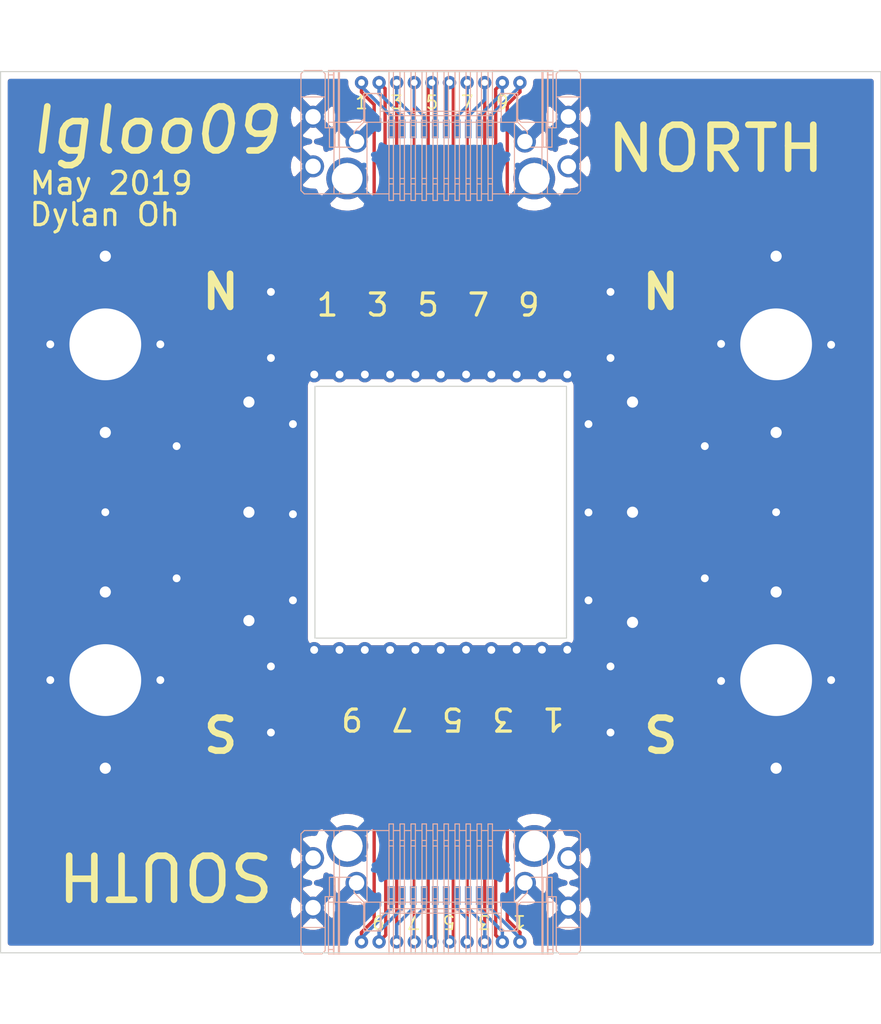
<source format=kicad_pcb>
(kicad_pcb (version 20171130) (host pcbnew "(6.0.0-rc1-dev-305-gf0b8b2136)")

  (general
    (thickness 1.6)
    (drawings 97)
    (tracks 234)
    (zones 0)
    (modules 4)
    (nets 22)
  )

  (page A4)
  (layers
    (0 F.Cu signal)
    (31 B.Cu signal)
    (32 B.Adhes user)
    (33 F.Adhes user)
    (34 B.Paste user)
    (35 F.Paste user)
    (36 B.SilkS user)
    (37 F.SilkS user)
    (38 B.Mask user hide)
    (39 F.Mask user)
    (40 Dwgs.User user)
    (41 Cmts.User user)
    (42 Eco1.User user hide)
    (43 Eco2.User user hide)
    (44 Edge.Cuts user)
    (45 Margin user hide)
    (46 B.CrtYd user hide)
    (47 F.CrtYd user hide)
    (48 B.Fab user hide)
    (49 F.Fab user hide)
  )

  (setup
    (last_trace_width 0.25)
    (trace_clearance 0.2)
    (zone_clearance 0.3)
    (zone_45_only no)
    (trace_min 0.1524)
    (via_size 0.8)
    (via_drill 0.4)
    (via_min_size 0.3)
    (via_min_drill 0.3)
    (uvia_size 0.3)
    (uvia_drill 0.1)
    (uvias_allowed no)
    (uvia_min_size 0.2)
    (uvia_min_drill 0.1)
    (edge_width 0.05)
    (segment_width 0.2)
    (pcb_text_width 0.3)
    (pcb_text_size 1.5 1.5)
    (mod_edge_width 0.12)
    (mod_text_size 1 1)
    (mod_text_width 0.15)
    (pad_size 0.381 1.27)
    (pad_drill 0)
    (pad_to_mask_clearance 0.2)
    (aux_axis_origin 0 0)
    (visible_elements 7FFFFFFF)
    (pcbplotparams
      (layerselection 0x010fc_ffffffff)
      (usegerberextensions false)
      (usegerberattributes false)
      (usegerberadvancedattributes false)
      (creategerberjobfile false)
      (excludeedgelayer true)
      (linewidth 0.100000)
      (plotframeref false)
      (viasonmask false)
      (mode 1)
      (useauxorigin false)
      (hpglpennumber 1)
      (hpglpenspeed 20)
      (hpglpendiameter 15.000000)
      (psnegative false)
      (psa4output false)
      (plotreference true)
      (plotvalue true)
      (plotinvisibletext false)
      (padsonsilk false)
      (subtractmaskfromsilk false)
      (outputformat 1)
      (mirror false)
      (drillshape 0)
      (scaleselection 1)
      (outputdirectory ""))
  )

  (net 0 "")
  (net 1 "Net-(U1-Pad10)")
  (net 2 "Net-(U1-Pad9)")
  (net 3 "Net-(U1-Pad8)")
  (net 4 "Net-(U1-Pad7)")
  (net 5 "Net-(U1-Pad6)")
  (net 6 "Net-(U1-Pad5)")
  (net 7 "Net-(U1-Pad4)")
  (net 8 "Net-(U1-Pad3)")
  (net 9 "Net-(U1-Pad2)")
  (net 10 "Net-(U1-Pad1)")
  (net 11 GND)
  (net 12 "Net-(U3-Pad1)")
  (net 13 "Net-(U3-Pad2)")
  (net 14 "Net-(U3-Pad3)")
  (net 15 "Net-(U3-Pad4)")
  (net 16 "Net-(U3-Pad5)")
  (net 17 "Net-(U3-Pad6)")
  (net 18 "Net-(U3-Pad7)")
  (net 19 "Net-(U3-Pad8)")
  (net 20 "Net-(U3-Pad9)")
  (net 21 "Net-(U3-Pad10)")

  (net_class Default "This is the default net class."
    (clearance 0.2)
    (trace_width 0.25)
    (via_dia 0.8)
    (via_drill 0.4)
    (uvia_dia 0.3)
    (uvia_drill 0.1)
    (add_net GND)
    (add_net "Net-(U1-Pad1)")
    (add_net "Net-(U1-Pad10)")
    (add_net "Net-(U1-Pad2)")
    (add_net "Net-(U1-Pad3)")
    (add_net "Net-(U1-Pad4)")
    (add_net "Net-(U1-Pad5)")
    (add_net "Net-(U1-Pad6)")
    (add_net "Net-(U1-Pad7)")
    (add_net "Net-(U1-Pad8)")
    (add_net "Net-(U1-Pad9)")
    (add_net "Net-(U3-Pad1)")
    (add_net "Net-(U3-Pad10)")
    (add_net "Net-(U3-Pad2)")
    (add_net "Net-(U3-Pad3)")
    (add_net "Net-(U3-Pad4)")
    (add_net "Net-(U3-Pad5)")
    (add_net "Net-(U3-Pad6)")
    (add_net "Net-(U3-Pad7)")
    (add_net "Net-(U3-Pad8)")
    (add_net "Net-(U3-Pad9)")
  )

  (module Igloo09:TEST_PAD (layer F.Cu) (tedit 5CC8D95F) (tstamp 5CCAD037)
    (at 150 70.615 180)
    (path /5CC9B4AA)
    (fp_text reference U3 (at 0 -3.429 180) (layer F.Fab) hide
      (effects (font (size 1 1) (thickness 0.15)))
    )
    (fp_text value TEST_PAD (at 0 -1.7145 180) (layer F.Fab) hide
      (effects (font (size 1 1) (thickness 0.15)))
    )
    (pad 1 smd rect (at -5.1435 0 180) (size 0.381 1.27) (layers F.Cu F.Paste F.Mask)
      (net 12 "Net-(U3-Pad1)"))
    (pad 2 smd rect (at -4.0005 0 180) (size 0.381 1.27) (layers F.Cu F.Paste F.Mask)
      (net 13 "Net-(U3-Pad2)"))
    (pad 3 smd rect (at -2.8575 0 180) (size 0.381 1.27) (layers F.Cu F.Paste F.Mask)
      (net 14 "Net-(U3-Pad3)"))
    (pad 4 smd rect (at -1.7145 0 180) (size 0.381 1.27) (layers F.Cu F.Paste F.Mask)
      (net 15 "Net-(U3-Pad4)"))
    (pad 5 smd rect (at -0.5715 0 180) (size 0.381 1.27) (layers F.Cu F.Paste F.Mask)
      (net 16 "Net-(U3-Pad5)"))
    (pad 6 smd rect (at 0.5715 0 180) (size 0.381 1.27) (layers F.Cu F.Paste F.Mask)
      (net 17 "Net-(U3-Pad6)"))
    (pad 7 smd rect (at 1.7145 0 180) (size 0.381 1.27) (layers F.Cu F.Paste F.Mask)
      (net 18 "Net-(U3-Pad7)"))
    (pad 8 smd rect (at 2.8575 0 180) (size 0.381 1.27) (layers F.Cu F.Paste F.Mask)
      (net 19 "Net-(U3-Pad8)"))
    (pad 9 smd rect (at 4.0005 0 180) (size 0.381 1.27) (layers F.Cu F.Paste F.Mask)
      (net 20 "Net-(U3-Pad9)"))
    (pad 10 smd rect (at 5.1435 0 180) (size 0.381 1.27) (layers F.Cu F.Paste F.Mask)
      (net 21 "Net-(U3-Pad10)"))
  )

  (module Igloo09:TEST_PAD (layer F.Cu) (tedit 5CC8D95F) (tstamp 5CCAD05E)
    (at 150 55.385)
    (path /5CC9A3E3)
    (fp_text reference U1 (at 0 -3.429) (layer F.Fab) hide
      (effects (font (size 1 1) (thickness 0.15)))
    )
    (fp_text value TEST_PAD (at 0 -1.7145) (layer F.Fab) hide
      (effects (font (size 1 1) (thickness 0.15)))
    )
    (pad 1 smd rect (at -5.1435 0) (size 0.381 1.27) (layers F.Cu F.Paste F.Mask)
      (net 10 "Net-(U1-Pad1)"))
    (pad 2 smd rect (at -4.0005 0) (size 0.381 1.27) (layers F.Cu F.Paste F.Mask)
      (net 9 "Net-(U1-Pad2)"))
    (pad 3 smd rect (at -2.8575 0) (size 0.381 1.27) (layers F.Cu F.Paste F.Mask)
      (net 8 "Net-(U1-Pad3)"))
    (pad 4 smd rect (at -1.7145 0) (size 0.381 1.27) (layers F.Cu F.Paste F.Mask)
      (net 7 "Net-(U1-Pad4)"))
    (pad 5 smd rect (at -0.5715 0) (size 0.381 1.27) (layers F.Cu F.Paste F.Mask)
      (net 6 "Net-(U1-Pad5)"))
    (pad 6 smd rect (at 0.5715 0) (size 0.381 1.27) (layers F.Cu F.Paste F.Mask)
      (net 5 "Net-(U1-Pad6)"))
    (pad 7 smd rect (at 1.7145 0) (size 0.381 1.27) (layers F.Cu F.Paste F.Mask)
      (net 4 "Net-(U1-Pad7)"))
    (pad 8 smd rect (at 2.8575 0) (size 0.381 1.27) (layers F.Cu F.Paste F.Mask)
      (net 3 "Net-(U1-Pad8)"))
    (pad 9 smd rect (at 4.0005 0) (size 0.381 1.27) (layers F.Cu F.Paste F.Mask)
      (net 2 "Net-(U1-Pad9)"))
    (pad 10 smd rect (at 5.1435 0) (size 0.381 1.27) (layers F.Cu F.Paste F.Mask)
      (net 1 "Net-(U1-Pad10)"))
  )

  (module Igloo09:LSHM-110-01-L-RH-A-S-TR (layer B.Cu) (tedit 5D2E3001) (tstamp 5CCAC8AC)
    (at 150 40)
    (path /5CC8D6AB)
    (fp_text reference U2 (at -0.2105 10.413) (layer B.Fab) hide
      (effects (font (size 1 1) (thickness 0.15)) (justify mirror))
    )
    (fp_text value LSHM-110-01-L-RH-A-S-TR (at -0.2105 11.413) (layer B.Fab) hide
      (effects (font (size 1 1) (thickness 0.15)) (justify mirror))
    )
    (fp_circle (center -4.25 7.85) (end -3.59 7.85) (layer B.SilkS) (width 0.05))
    (fp_circle (center -4.25 7.85) (end -3.717017 7.85) (layer B.SilkS) (width 0.05))
    (fp_line (start -2.75 4.15) (end -2.75 5.3) (layer B.SilkS) (width 0.05))
    (fp_line (start -3.3 4) (end -2.9 4) (layer B.SilkS) (width 0.05))
    (fp_line (start -3.45 5.3) (end -3.45 4.15) (layer B.SilkS) (width 0.05))
    (fp_line (start -3.45 4.15) (end -3.3 4) (layer B.SilkS) (width 0.05))
    (fp_line (start -2.9 4) (end -2.75 4.15) (layer B.SilkS) (width 0.05))
    (fp_line (start 2.9 4) (end 3.3 4) (layer B.SilkS) (width 0.05))
    (fp_line (start 2.75 5.3) (end 2.75 4.15) (layer B.SilkS) (width 0.05))
    (fp_line (start 3.3 4) (end 3.45 4.15) (layer B.SilkS) (width 0.05))
    (fp_line (start 2.75 4.15) (end 2.9 4) (layer B.SilkS) (width 0.05))
    (fp_line (start 3.45 4.15) (end 3.45 5.3) (layer B.SilkS) (width 0.05))
    (fp_line (start -3.5 5.15) (end -3.5 3.99) (layer B.SilkS) (width 0.05))
    (fp_line (start 1.35 8.1) (end 1.15 8.1) (layer B.SilkS) (width 0.05))
    (fp_line (start 1.85 8.1) (end 1.65 8.1) (layer B.SilkS) (width 0.05))
    (fp_line (start -2.15 8.1) (end -2.35 8.1) (layer B.SilkS) (width 0.05))
    (fp_line (start -1.65 8.1) (end -1.85 8.1) (layer B.SilkS) (width 0.05))
    (fp_line (start 0.85 8.1) (end 0.65 8.1) (layer B.SilkS) (width 0.05))
    (fp_line (start 0.35 8.1) (end 0.15 8.1) (layer B.SilkS) (width 0.05))
    (fp_line (start -0.65 8.1) (end -0.85 8.1) (layer B.SilkS) (width 0.05))
    (fp_line (start -0.15 8.1) (end -0.35 8.1) (layer B.SilkS) (width 0.05))
    (fp_line (start 2.35 8.1) (end 2.15 8.1) (layer B.SilkS) (width 0.05))
    (fp_line (start -1.15 8.1) (end -1.35 8.1) (layer B.SilkS) (width 0.05))
    (fp_line (start 0.85 5.97) (end 0.65 5.97) (layer B.SilkS) (width 0.05))
    (fp_line (start -2.15 5.97) (end -2.35 5.97) (layer B.SilkS) (width 0.05))
    (fp_line (start 1.35 5.97) (end 1.15 5.97) (layer B.SilkS) (width 0.05))
    (fp_line (start 0.35 5.97) (end 0.15 5.97) (layer B.SilkS) (width 0.05))
    (fp_line (start -0.15 5.97) (end -0.35 5.97) (layer B.SilkS) (width 0.05))
    (fp_line (start -1.65 5.97) (end -1.85 5.97) (layer B.SilkS) (width 0.05))
    (fp_line (start -0.65 5.97) (end -0.85 5.97) (layer B.SilkS) (width 0.05))
    (fp_line (start -1.15 5.97) (end -1.35 5.97) (layer B.SilkS) (width 0.05))
    (fp_line (start 2.35 5.97) (end 2.15 5.97) (layer B.SilkS) (width 0.05))
    (fp_line (start 1.85 5.97) (end 1.65 5.97) (layer B.SilkS) (width 0.05))
    (fp_line (start 1.35 5.22) (end 1.15 5.22) (layer B.SilkS) (width 0.05))
    (fp_line (start 2.35 5.22) (end 2.15 5.22) (layer B.SilkS) (width 0.05))
    (fp_line (start -2.15 5.22) (end -2.35 5.22) (layer B.SilkS) (width 0.05))
    (fp_line (start -1.15 5.22) (end -1.35 5.22) (layer B.SilkS) (width 0.05))
    (fp_line (start -1.65 5.22) (end -1.85 5.22) (layer B.SilkS) (width 0.05))
    (fp_line (start 0.85 5.22) (end 0.65 5.22) (layer B.SilkS) (width 0.05))
    (fp_line (start -0.15 5.22) (end -0.35 5.22) (layer B.SilkS) (width 0.05))
    (fp_line (start -0.65 5.22) (end -0.85 5.22) (layer B.SilkS) (width 0.05))
    (fp_line (start 1.85 5.22) (end 1.65 5.22) (layer B.SilkS) (width 0.05))
    (fp_line (start 0.35 5.22) (end 0.15 5.22) (layer B.SilkS) (width 0.05))
    (fp_line (start -3.5 3.99) (end -2.7 3.99) (layer B.SilkS) (width 0.05))
    (fp_line (start -2.7 3.99) (end -2.7 4.65) (layer B.SilkS) (width 0.05))
    (fp_line (start -2.7 4.65) (end -2.55 4.8) (layer B.SilkS) (width 0.05))
    (fp_line (start 2.55 4.8) (end 2.7 4.65) (layer B.SilkS) (width 0.05))
    (fp_line (start 2.7 4.65) (end 2.7 3.99) (layer B.SilkS) (width 0.05))
    (fp_line (start 2.7 3.99) (end 3.5 3.99) (layer B.SilkS) (width 0.05))
    (fp_line (start 3.5 3.99) (end 3.5 5.15) (layer B.SilkS) (width 0.05))
    (fp_line (start 3.5 5.15) (end 3.65 5.3) (layer B.SilkS) (width 0.05))
    (fp_line (start 4.65 2.95) (end 4.65 5.3) (layer B.SilkS) (width 0.05))
    (fp_line (start -4.65 2.95) (end -4.65 5.3) (layer B.SilkS) (width 0.05))
    (fp_line (start -3.65 5.3) (end -3.5 5.15) (layer B.SilkS) (width 0.05))
    (fp_line (start -3.65 5.3) (end -5.1 5.3) (layer B.SilkS) (width 0.05))
    (fp_line (start 5.1 5.3) (end 3.65 5.3) (layer B.SilkS) (width 0.05))
    (fp_line (start -4.85 5.3) (end -4.85 8.55) (layer B.SilkS) (width 0.05))
    (fp_line (start -4.6 5.3) (end -4.6 8.55) (layer B.SilkS) (width 0.05))
    (fp_line (start 4.6 5.3) (end 4.6 8.55) (layer B.SilkS) (width 0.05))
    (fp_line (start 4.85 5.3) (end 4.85 8.55) (layer B.SilkS) (width 0.05))
    (fp_line (start -2.75 4.8) (end 2.75 4.8) (layer B.SilkS) (width 0.05))
    (fp_line (start 3.35 8.55) (end 3.35 5.3) (layer B.SilkS) (width 0.05))
    (fp_line (start -3.35 8.55) (end -3.35 5.3) (layer B.SilkS) (width 0.05))
    (fp_line (start -1.85 5.3) (end -2.15 5.3) (layer B.SilkS) (width 0.05))
    (fp_line (start -1.65 4.9) (end -1.65 5) (layer B.SilkS) (width 0.05))
    (fp_line (start -1.35 5) (end -1.35 4.9) (layer B.SilkS) (width 0.05))
    (fp_line (start -0.85 5) (end -0.85 4.9) (layer B.SilkS) (width 0.05))
    (fp_line (start -0.85 4.9) (end -0.65 4.9) (layer B.SilkS) (width 0.05))
    (fp_line (start -0.35 5.3) (end -0.65 5.3) (layer B.SilkS) (width 0.05))
    (fp_line (start -0.35 5) (end -0.35 4.9) (layer B.SilkS) (width 0.05))
    (fp_line (start 0.15 5.3) (end -0.15 5.3) (layer B.SilkS) (width 0.05))
    (fp_line (start 0.65 5) (end 0.65 4.9) (layer B.SilkS) (width 0.05))
    (fp_line (start 1.15 5) (end 1.15 4.9) (layer B.SilkS) (width 0.05))
    (fp_line (start 1.65 5.3) (end 1.35 5.3) (layer B.SilkS) (width 0.05))
    (fp_line (start 2.15 5.3) (end 1.85 5.3) (layer B.SilkS) (width 0.05))
    (fp_line (start 2.35 4.9) (end 2.35 5) (layer B.SilkS) (width 0.05))
    (fp_line (start -2.35 5) (end -2.35 4.9) (layer B.SilkS) (width 0.05))
    (fp_line (start 1.15 4.9) (end 1.35 4.9) (layer B.SilkS) (width 0.05))
    (fp_line (start -2.15 4.9) (end -2.15 5) (layer B.SilkS) (width 0.05))
    (fp_line (start 0.15 5) (end 0.15 4.9) (layer B.SilkS) (width 0.05))
    (fp_line (start -1.85 5) (end -1.85 4.9) (layer B.SilkS) (width 0.05))
    (fp_line (start 0.65 5.3) (end 0.35 5.3) (layer B.SilkS) (width 0.05))
    (fp_line (start -1.35 4.9) (end -1.15 4.9) (layer B.SilkS) (width 0.05))
    (fp_line (start -0.15 4.9) (end -0.15 5) (layer B.SilkS) (width 0.05))
    (fp_line (start 2.15 5) (end 2.15 4.9) (layer B.SilkS) (width 0.05))
    (fp_line (start -1.35 5.3) (end -1.65 5.3) (layer B.SilkS) (width 0.05))
    (fp_line (start 1.35 4.9) (end 1.35 5) (layer B.SilkS) (width 0.05))
    (fp_line (start 0.65 4.9) (end 0.85 4.9) (layer B.SilkS) (width 0.05))
    (fp_line (start -1.85 4.9) (end -1.65 4.9) (layer B.SilkS) (width 0.05))
    (fp_line (start 1.85 4.9) (end 1.85 5) (layer B.SilkS) (width 0.05))
    (fp_line (start -0.85 5.3) (end -1.15 5.3) (layer B.SilkS) (width 0.05))
    (fp_line (start 1.15 5.3) (end 0.85 5.3) (layer B.SilkS) (width 0.05))
    (fp_line (start 0.15 4.9) (end 0.35 4.9) (layer B.SilkS) (width 0.05))
    (fp_line (start -0.65 4.9) (end -0.65 5) (layer B.SilkS) (width 0.05))
    (fp_line (start 2.15 4.9) (end 2.35 4.9) (layer B.SilkS) (width 0.05))
    (fp_line (start -2.35 4.9) (end -2.15 4.9) (layer B.SilkS) (width 0.05))
    (fp_line (start 1.65 5) (end 1.65 4.9) (layer B.SilkS) (width 0.05))
    (fp_line (start -0.35 4.9) (end -0.15 4.9) (layer B.SilkS) (width 0.05))
    (fp_line (start 0.85 4.9) (end 0.85 5) (layer B.SilkS) (width 0.05))
    (fp_line (start 1.65 4.9) (end 1.85 4.9) (layer B.SilkS) (width 0.05))
    (fp_line (start -1.15 4.9) (end -1.15 5) (layer B.SilkS) (width 0.05))
    (fp_line (start 0.35 4.9) (end 0.35 5) (layer B.SilkS) (width 0.05))
    (fp_line (start -2.35 5.3) (end -3.45 5.3) (layer B.SilkS) (width 0.05))
    (fp_line (start 3.45 5.3) (end 2.35 5.3) (layer B.SilkS) (width 0.05))
    (fp_line (start -5.25 3.1) (end -5.25 5.55) (layer B.SilkS) (width 0.05))
    (fp_line (start -6.2 2.95) (end -5.4 2.95) (layer B.SilkS) (width 0.05))
    (fp_line (start -6.35 3.1) (end -6.2 2.95) (layer B.SilkS) (width 0.05))
    (fp_line (start -6.35 8.4) (end -6.35 3.1) (layer B.SilkS) (width 0.05))
    (fp_line (start -6.2 8.55) (end -6.35 8.4) (layer B.SilkS) (width 0.05))
    (fp_line (start -5.4 2.95) (end -5.25 3.1) (layer B.SilkS) (width 0.05))
    (fp_line (start -5.25 5.55) (end -4.85 5.55) (layer B.SilkS) (width 0.05))
    (fp_line (start 6.35 8.4) (end 6.2 8.55) (layer B.SilkS) (width 0.05))
    (fp_line (start 6.2 2.95) (end 6.35 3.1) (layer B.SilkS) (width 0.05))
    (fp_line (start 5.4 2.95) (end 6.2 2.95) (layer B.SilkS) (width 0.05))
    (fp_line (start 5.25 3.1) (end 5.4 2.95) (layer B.SilkS) (width 0.05))
    (fp_line (start 4.85 5.55) (end 5.25 5.55) (layer B.SilkS) (width 0.05))
    (fp_line (start 6.35 3.1) (end 6.35 8.4) (layer B.SilkS) (width 0.05))
    (fp_line (start 5.25 5.55) (end 5.25 3.1) (layer B.SilkS) (width 0.05))
    (fp_line (start -1.85 8.55) (end -2.15 8.55) (layer B.SilkS) (width 0.05))
    (fp_line (start -0.85 8.55) (end -1.15 8.55) (layer B.SilkS) (width 0.05))
    (fp_line (start -1.35 8.55) (end -1.65 8.55) (layer B.SilkS) (width 0.05))
    (fp_line (start -2.35 8.55) (end -6.2 8.55) (layer B.SilkS) (width 0.05))
    (fp_line (start 6.2 8.55) (end 2.35 8.55) (layer B.SilkS) (width 0.05))
    (fp_line (start 1.15 8.55) (end 0.85 8.55) (layer B.SilkS) (width 0.05))
    (fp_line (start -0.35 8.55) (end -0.65 8.55) (layer B.SilkS) (width 0.05))
    (fp_line (start 0.65 8.55) (end 0.35 8.55) (layer B.SilkS) (width 0.05))
    (fp_line (start 2.15 8.55) (end 1.85 8.55) (layer B.SilkS) (width 0.05))
    (fp_line (start 1.65 8.55) (end 1.35 8.55) (layer B.SilkS) (width 0.05))
    (fp_line (start 0.15 8.55) (end -0.15 8.55) (layer B.SilkS) (width 0.05))
    (fp_line (start 5.1 5.55) (end 5.1 2.95) (layer B.SilkS) (width 0.05))
    (fp_line (start 4.875 5.55) (end 4.875 5.3) (layer B.SilkS) (width 0.05))
    (fp_line (start -5.1 5.55) (end -5.1 2.95) (layer B.SilkS) (width 0.05))
    (fp_line (start -4.875 5.55) (end -4.875 5.3) (layer B.SilkS) (width 0.05))
    (fp_line (start -4.85375 7.85) (end -3.64625 7.85) (layer B.SilkS) (width 0.05))
    (fp_line (start -4.25 7.157) (end -4.25 8.543) (layer B.SilkS) (width 0.05))
    (fp_line (start 4.25 7.157) (end 4.25 8.543) (layer B.SilkS) (width 0.05))
    (fp_line (start 3.557 7.85) (end 4.943 7.85) (layer B.SilkS) (width 0.05))
    (fp_line (start -4.875 2.95) (end -4.875 5.3) (layer B.SilkS) (width 0.05))
    (fp_line (start 4.875 2.95) (end 4.875 5.3) (layer B.SilkS) (width 0.05))
    (fp_line (start -4.85 2.95) (end -4.85 5.3) (layer B.SilkS) (width 0.05))
    (fp_line (start -4.6 2.95) (end -4.6 5.3) (layer B.SilkS) (width 0.05))
    (fp_line (start 4.6 2.95) (end 4.6 5.3) (layer B.SilkS) (width 0.05))
    (fp_line (start 4.85 2.95) (end 4.85 5.3) (layer B.SilkS) (width 0.05))
    (fp_line (start 4.85 2.95) (end -4.85 2.95) (layer B.SilkS) (width 0.05))
    (fp_line (start -0.35 4.9) (end -0.35 3) (layer B.SilkS) (width 0.05))
    (fp_line (start -1.65 3) (end -1.65 4.9) (layer B.SilkS) (width 0.05))
    (fp_line (start -0.85 4.9) (end -0.85 3) (layer B.SilkS) (width 0.05))
    (fp_line (start -1.35 4.9) (end -1.35 3) (layer B.SilkS) (width 0.05))
    (fp_line (start 0.65 4.9) (end 0.65 3) (layer B.SilkS) (width 0.05))
    (fp_line (start 1.15 4.9) (end 1.15 3) (layer B.SilkS) (width 0.05))
    (fp_line (start -2.15 3) (end -2.15 4.9) (layer B.SilkS) (width 0.05))
    (fp_line (start 0.15 4.9) (end 0.15 3) (layer B.SilkS) (width 0.05))
    (fp_line (start -1.85 4.9) (end -1.85 3) (layer B.SilkS) (width 0.05))
    (fp_line (start -0.15 3) (end -0.15 4.9) (layer B.SilkS) (width 0.05))
    (fp_line (start 2.15 4.9) (end 2.15 3) (layer B.SilkS) (width 0.05))
    (fp_line (start 1.35 3) (end 1.35 4.9) (layer B.SilkS) (width 0.05))
    (fp_line (start 1.85 3) (end 1.85 4.9) (layer B.SilkS) (width 0.05))
    (fp_line (start -0.65 3) (end -0.65 4.9) (layer B.SilkS) (width 0.05))
    (fp_line (start 1.65 4.9) (end 1.65 3) (layer B.SilkS) (width 0.05))
    (fp_line (start 0.85 3) (end 0.85 4.9) (layer B.SilkS) (width 0.05))
    (fp_line (start -1.15 3) (end -1.15 4.9) (layer B.SilkS) (width 0.05))
    (fp_line (start 0.35 3) (end 0.35 4.9) (layer B.SilkS) (width 0.05))
    (fp_line (start 2.15 7.85) (end 2.35 7.85) (layer B.SilkS) (width 0.05))
    (fp_line (start -0.85 7.85) (end -0.65 7.85) (layer B.SilkS) (width 0.05))
    (fp_line (start 0.15 7.85) (end 0.35 7.85) (layer B.SilkS) (width 0.05))
    (fp_line (start 1.65 7.85) (end 1.85 7.85) (layer B.SilkS) (width 0.05))
    (fp_line (start -0.35 7.85) (end -0.15 7.85) (layer B.SilkS) (width 0.05))
    (fp_line (start -1.35 7.85) (end -1.15 7.85) (layer B.SilkS) (width 0.05))
    (fp_line (start -1.85 7.85) (end -1.65 7.85) (layer B.SilkS) (width 0.05))
    (fp_line (start -2.35 7.85) (end -2.15 7.85) (layer B.SilkS) (width 0.05))
    (fp_line (start 1.15 7.85) (end 1.35 7.85) (layer B.SilkS) (width 0.05))
    (fp_line (start 0.65 7.85) (end 0.85 7.85) (layer B.SilkS) (width 0.05))
    (fp_line (start -5.1 3.15) (end -4.875 3.15) (layer B.SilkS) (width 0.05))
    (fp_line (start -5.1 2.95) (end -4.875 2.95) (layer B.SilkS) (width 0.05))
    (fp_line (start 5.1 3.15) (end 4.875 3.15) (layer B.SilkS) (width 0.05))
    (fp_line (start 5.1 2.95) (end 4.875 2.95) (layer B.SilkS) (width 0.05))
    (fp_line (start -2.35 5.3) (end -2.15 5.3) (layer B.SilkS) (width 0.05))
    (fp_line (start -1.85 5.3) (end -1.65 5.3) (layer B.SilkS) (width 0.05))
    (fp_line (start -1.35 5.3) (end -1.15 5.3) (layer B.SilkS) (width 0.05))
    (fp_line (start -0.85 5.3) (end -0.65 5.3) (layer B.SilkS) (width 0.05))
    (fp_line (start -0.35 5.3) (end -0.15 5.3) (layer B.SilkS) (width 0.05))
    (fp_line (start 0.15 5.3) (end 0.35 5.3) (layer B.SilkS) (width 0.05))
    (fp_line (start 1.15 5.3) (end 1.35 5.3) (layer B.SilkS) (width 0.05))
    (fp_line (start 0.65 5.3) (end 0.85 5.3) (layer B.SilkS) (width 0.05))
    (fp_line (start 1.65 5.3) (end 1.85 5.3) (layer B.SilkS) (width 0.05))
    (fp_line (start 2.15 5.3) (end 2.35 5.3) (layer B.SilkS) (width 0.05))
    (fp_line (start -5.055555 6.43) (end -5.055555 5.55) (layer B.SilkS) (width 0.05))
    (fp_line (start 5.055555 5.55) (end 5.055555 6.43) (layer B.SilkS) (width 0.05))
    (fp_line (start -4.8 6.43) (end -4.8 5.3) (layer B.SilkS) (width 0.05))
    (fp_line (start -4.65 5.3) (end -4.65 6.43) (layer B.SilkS) (width 0.05))
    (fp_line (start 4.65 5.3) (end 4.65 6.43) (layer B.SilkS) (width 0.05))
    (fp_line (start 4.791421 5.3) (end 4.791421 6.43) (layer B.SilkS) (width 0.05))
    (fp_line (start 6.35 4.15) (end 5.25 4.15) (layer B.SilkS) (width 0.05))
    (fp_line (start -5.9 4.8) (end -5.9 5.3) (layer B.SilkS) (width 0.05))
    (fp_line (start 5.7 7.05) (end 5.7 7.55) (layer B.SilkS) (width 0.05))
    (fp_line (start 5.9 7.05) (end 5.7 7.05) (layer B.SilkS) (width 0.05))
    (fp_line (start 5.7 7.55) (end 5.9 7.55) (layer B.SilkS) (width 0.05))
    (fp_line (start -5.9 7.05) (end -5.9 7.55) (layer B.SilkS) (width 0.05))
    (fp_line (start -5.7 4.8) (end -5.9 4.8) (layer B.SilkS) (width 0.05))
    (fp_line (start 5.9 7.05) (end 5.9 7.55) (layer B.SilkS) (width 0.05))
    (fp_line (start 5.9 4.8) (end 5.7 4.8) (layer B.SilkS) (width 0.05))
    (fp_line (start 5.7 5.3) (end 5.9 5.3) (layer B.SilkS) (width 0.05))
    (fp_line (start -5.7 4.8) (end -5.7 5.3) (layer B.SilkS) (width 0.05))
    (fp_line (start -5.7 7.05) (end -5.9 7.05) (layer B.SilkS) (width 0.05))
    (fp_line (start -5.9 7.55) (end -5.7 7.55) (layer B.SilkS) (width 0.05))
    (fp_line (start -5.7 7.05) (end -5.7 7.55) (layer B.SilkS) (width 0.05))
    (fp_line (start -5.25 4.15) (end -6.35 4.15) (layer B.SilkS) (width 0.05))
    (fp_line (start -5.9 5.3) (end -5.7 5.3) (layer B.SilkS) (width 0.05))
    (fp_line (start 5.7 4.8) (end 5.7 5.3) (layer B.SilkS) (width 0.05))
    (fp_circle (center 4.25 7.85) (end 4.91 7.85) (layer B.SilkS) (width 0.05))
    (fp_line (start 5.9 4.8) (end 5.9 5.3) (layer B.SilkS) (width 0.05))
    (fp_line (start -3.7125 6.43) (end -3.7125 5.93) (layer B.SilkS) (width 0.05))
    (fp_line (start -3.7125 5.93) (end -3.9375 5.93) (layer B.SilkS) (width 0.05))
    (fp_line (start -3.9375 5.7375) (end -3.5 5.3) (layer B.SilkS) (width 0.05))
    (fp_line (start -3.5 5.3) (end -3.5 5.15) (layer B.SilkS) (width 0.05))
    (fp_line (start 3.5 5.15) (end 3.5 5.3) (layer B.SilkS) (width 0.05))
    (fp_line (start 3.5 5.3) (end 3.9375 5.7375) (layer B.SilkS) (width 0.05))
    (fp_line (start 3.9375 5.93) (end 3.7125 5.93) (layer B.SilkS) (width 0.05))
    (fp_line (start 3.7125 6.43) (end 3.7125 5.93) (layer B.SilkS) (width 0.05))
    (fp_line (start -3.7125 6.43) (end -5.055555 6.43) (layer B.SilkS) (width 0.05))
    (fp_line (start 5.055555 6.43) (end 3.7125 6.43) (layer B.SilkS) (width 0.05))
    (fp_line (start -3.9375 6.43) (end -3.9375 5.7375) (layer B.SilkS) (width 0.05))
    (fp_line (start 3.9375 5.7375) (end 3.9375 6.43) (layer B.SilkS) (width 0.05))
    (fp_line (start -3.7125 5.98) (end -3.9375 5.98) (layer B.SilkS) (width 0.05))
    (fp_line (start 3.9375 5.98) (end 3.7125 5.98) (layer B.SilkS) (width 0.05))
    (fp_line (start 3.7125 6.38) (end 3.9375 6.38) (layer B.SilkS) (width 0.05))
    (fp_line (start -3.9375 6.38) (end -3.7125 6.38) (layer B.SilkS) (width 0.05))
    (fp_circle (center 4.25 7.85) (end 4.782983 7.85) (layer B.SilkS) (width 0.05))
    (fp_line (start -5.7 7.45) (end -5.9 7.45) (layer B.SilkS) (width 0.05))
    (fp_line (start -5.7 7.15) (end -5.9 7.15) (layer B.SilkS) (width 0.05))
    (fp_line (start 5.9 4.9) (end 5.7 4.9) (layer B.SilkS) (width 0.05))
    (fp_line (start 5.9 5.2) (end 5.7 5.2) (layer B.SilkS) (width 0.05))
    (fp_line (start 5.9 7.15) (end 5.7 7.15) (layer B.SilkS) (width 0.05))
    (fp_line (start 5.9 7.45) (end 5.7 7.45) (layer B.SilkS) (width 0.05))
    (fp_line (start -5.7 5.2) (end -5.9 5.2) (layer B.SilkS) (width 0.05))
    (fp_line (start -5.7 4.9) (end -5.9 4.9) (layer B.SilkS) (width 0.05))
    (fp_line (start -0.15 5) (end -0.35 5) (layer B.SilkS) (width 0.05))
    (fp_line (start -0.15 5.45) (end -0.35 5.45) (layer B.SilkS) (width 0.05))
    (fp_line (start -1.15 5) (end -1.35 5) (layer B.SilkS) (width 0.05))
    (fp_line (start -1.15 5.45) (end -1.35 5.45) (layer B.SilkS) (width 0.05))
    (fp_line (start -0.65 5) (end -0.85 5) (layer B.SilkS) (width 0.05))
    (fp_line (start -0.65 5.45) (end -0.85 5.45) (layer B.SilkS) (width 0.05))
    (fp_line (start 0.35 5) (end 0.15 5) (layer B.SilkS) (width 0.05))
    (fp_line (start 0.35 5.45) (end 0.15 5.45) (layer B.SilkS) (width 0.05))
    (fp_line (start 0.85 5.45) (end 0.65 5.45) (layer B.SilkS) (width 0.05))
    (fp_line (start 0.85 5) (end 0.65 5) (layer B.SilkS) (width 0.05))
    (fp_line (start 1.35 5.45) (end 1.15 5.45) (layer B.SilkS) (width 0.05))
    (fp_line (start 1.35 5) (end 1.15 5) (layer B.SilkS) (width 0.05))
    (fp_line (start 2.35 5.45) (end 2.15 5.45) (layer B.SilkS) (width 0.05))
    (fp_line (start 2.35 5) (end 2.15 5) (layer B.SilkS) (width 0.05))
    (fp_line (start -1.65 5.45) (end -1.85 5.45) (layer B.SilkS) (width 0.05))
    (fp_line (start -1.65 5) (end -1.85 5) (layer B.SilkS) (width 0.05))
    (fp_line (start 1.85 5.45) (end 1.65 5.45) (layer B.SilkS) (width 0.05))
    (fp_line (start 1.85 5) (end 1.65 5) (layer B.SilkS) (width 0.05))
    (fp_line (start -2.15 5.45) (end -2.35 5.45) (layer B.SilkS) (width 0.05))
    (fp_line (start -2.15 5) (end -2.35 5) (layer B.SilkS) (width 0.05))
    (fp_line (start -1.15 8.85) (end -1.35 8.85) (layer B.SilkS) (width 0.05))
    (fp_line (start -1.35 5) (end -1.35 8.85) (layer B.SilkS) (width 0.05))
    (fp_line (start -1.15 8.85) (end -1.15 5) (layer B.SilkS) (width 0.05))
    (fp_line (start -2.15 8.85) (end -2.35 8.85) (layer B.SilkS) (width 0.05))
    (fp_line (start -2.35 8.85) (end -2.35 5) (layer B.SilkS) (width 0.05))
    (fp_line (start -2.15 8.85) (end -2.15 5) (layer B.SilkS) (width 0.05))
    (fp_line (start -1.65 8.85) (end -1.85 8.85) (layer B.SilkS) (width 0.05))
    (fp_line (start -1.85 5) (end -1.85 8.85) (layer B.SilkS) (width 0.05))
    (fp_line (start -1.65 8.85) (end -1.65 5) (layer B.SilkS) (width 0.05))
    (fp_line (start 0.35 8.85) (end 0.15 8.85) (layer B.SilkS) (width 0.05))
    (fp_line (start 0.35 8.85) (end 0.35 5) (layer B.SilkS) (width 0.05))
    (fp_line (start 0.15 5) (end 0.15 8.85) (layer B.SilkS) (width 0.05))
    (fp_line (start -0.65 8.85) (end -0.85 8.85) (layer B.SilkS) (width 0.05))
    (fp_line (start -0.85 5) (end -0.85 8.85) (layer B.SilkS) (width 0.05))
    (fp_line (start -0.65 8.85) (end -0.65 5) (layer B.SilkS) (width 0.05))
    (fp_line (start -0.15 8.85) (end -0.35 8.85) (layer B.SilkS) (width 0.05))
    (fp_line (start -0.15 8.85) (end -0.15 5) (layer B.SilkS) (width 0.05))
    (fp_line (start -0.35 5) (end -0.35 8.85) (layer B.SilkS) (width 0.05))
    (fp_line (start 1.35 8.85) (end 1.15 8.85) (layer B.SilkS) (width 0.05))
    (fp_line (start 1.15 5) (end 1.15 8.85) (layer B.SilkS) (width 0.05))
    (fp_line (start 1.35 8.85) (end 1.35 5) (layer B.SilkS) (width 0.05))
    (fp_line (start 1.85 8.85) (end 1.65 8.85) (layer B.SilkS) (width 0.05))
    (fp_line (start 1.65 5) (end 1.65 8.85) (layer B.SilkS) (width 0.05))
    (fp_line (start 1.85 8.85) (end 1.85 5) (layer B.SilkS) (width 0.05))
    (fp_line (start 2.35 8.85) (end 2.15 8.85) (layer B.SilkS) (width 0.05))
    (fp_line (start 2.35 8.85) (end 2.35 5) (layer B.SilkS) (width 0.05))
    (fp_line (start 2.15 5) (end 2.15 8.85) (layer B.SilkS) (width 0.05))
    (fp_line (start 0.85 8.85) (end 0.65 8.85) (layer B.SilkS) (width 0.05))
    (fp_line (start 0.65 5) (end 0.65 8.85) (layer B.SilkS) (width 0.05))
    (fp_line (start 0.85 8.85) (end 0.85 5) (layer B.SilkS) (width 0.05))
    (fp_line (start -1.35 5) (end -1.65 5) (layer B.SilkS) (width 0.05))
    (fp_line (start -0.85 5) (end -1.15 5) (layer B.SilkS) (width 0.05))
    (fp_line (start 0.15 5) (end -0.15 5) (layer B.SilkS) (width 0.05))
    (fp_line (start 0.65 5) (end 0.35 5) (layer B.SilkS) (width 0.05))
    (fp_line (start 1.15 5) (end 0.85 5) (layer B.SilkS) (width 0.05))
    (fp_line (start 1.65 5) (end 1.35 5) (layer B.SilkS) (width 0.05))
    (fp_line (start 2.15 5) (end 1.85 5) (layer B.SilkS) (width 0.05))
    (fp_line (start -1.85 5) (end -2.15 5) (layer B.SilkS) (width 0.05))
    (fp_line (start -0.35 5) (end -0.65 5) (layer B.SilkS) (width 0.05))
    (fp_line (start 2.35 4.9) (end 2.35 2.95) (layer B.SilkS) (width 0.05))
    (fp_line (start -2.35 4.9) (end -2.35 2.95) (layer B.SilkS) (width 0.05))
    (fp_line (start 2.35 3) (end -2.35 3) (layer B.SilkS) (width 0.05))
    (pad 21 thru_hole circle (at 4.25 7.85) (size 1.9 1.9) (drill 1.4) (layers *.Cu *.Mask)
      (net 11 GND))
    (pad 21 thru_hole circle (at -4.25 7.85) (size 1.9 1.9) (drill 1.4) (layers *.Cu *.Mask)
      (net 11 GND))
    (pad 21 thru_hole circle (at 5.8 7.3) (size 1 1) (drill 0.7) (layers *.Cu *.Mask)
      (net 11 GND))
    (pad 21 thru_hole circle (at 5.8 5.05) (size 1 1) (drill 0.7) (layers *.Cu *.Mask)
      (net 11 GND))
    (pad 21 thru_hole circle (at -5.8 7.3) (size 1 1) (drill 0.7) (layers *.Cu *.Mask)
      (net 11 GND))
    (pad 21 thru_hole circle (at -5.8 5.05) (size 1 1) (drill 0.7) (layers *.Cu *.Mask)
      (net 11 GND))
    (pad 21 thru_hole circle (at 3.825 6.175) (size 1 1) (drill 0.7) (layers *.Cu *.Mask)
      (net 11 GND))
    (pad 21 thru_hole circle (at -3.825 6.175) (size 1 1) (drill 0.7) (layers *.Cu *.Mask)
      (net 11 GND))
    (pad 1 smd rect (at -2.25 5.6) (size 0.3 0.85) (layers B.Cu B.Paste B.Mask)
      (net 10 "Net-(U1-Pad1)"))
    (pad 2 smd rect (at -2.25 8.475) (size 0.3 0.85) (layers B.Cu B.Paste B.Mask)
      (net 11 GND))
    (pad 3 smd rect (at -1.75 5.6) (size 0.3 0.85) (layers B.Cu B.Paste B.Mask)
      (net 9 "Net-(U1-Pad2)"))
    (pad 4 smd rect (at -1.75 8.475) (size 0.3 0.85) (layers B.Cu B.Paste B.Mask)
      (net 11 GND))
    (pad 5 smd rect (at -1.25 5.6) (size 0.3 0.85) (layers B.Cu B.Paste B.Mask)
      (net 8 "Net-(U1-Pad3)"))
    (pad 6 smd rect (at -1.25 8.475) (size 0.3 0.85) (layers B.Cu B.Paste B.Mask)
      (net 11 GND))
    (pad 7 smd rect (at -0.75 5.6) (size 0.3 0.85) (layers B.Cu B.Paste B.Mask)
      (net 7 "Net-(U1-Pad4)"))
    (pad 8 smd rect (at -0.75 8.475) (size 0.3 0.85) (layers B.Cu B.Paste B.Mask)
      (net 11 GND))
    (pad 9 smd rect (at -0.25 5.6) (size 0.3 0.85) (layers B.Cu B.Paste B.Mask)
      (net 6 "Net-(U1-Pad5)"))
    (pad 10 smd rect (at -0.25 8.475) (size 0.3 0.85) (layers B.Cu B.Paste B.Mask)
      (net 11 GND))
    (pad 11 smd rect (at 0.25 5.6) (size 0.3 0.85) (layers B.Cu B.Paste B.Mask)
      (net 5 "Net-(U1-Pad6)"))
    (pad 12 smd rect (at 0.25 8.475) (size 0.3 0.85) (layers B.Cu B.Paste B.Mask)
      (net 11 GND))
    (pad 13 smd rect (at 0.75 5.6) (size 0.3 0.85) (layers B.Cu B.Paste B.Mask)
      (net 4 "Net-(U1-Pad7)"))
    (pad 14 smd rect (at 0.75 8.475) (size 0.3 0.85) (layers B.Cu B.Paste B.Mask)
      (net 11 GND))
    (pad 15 smd rect (at 1.25 5.6) (size 0.3 0.85) (layers B.Cu B.Paste B.Mask)
      (net 3 "Net-(U1-Pad8)"))
    (pad 16 smd rect (at 1.25 8.475) (size 0.3 0.85) (layers B.Cu B.Paste B.Mask)
      (net 11 GND))
    (pad 17 smd rect (at 1.75 5.6) (size 0.3 0.85) (layers B.Cu B.Paste B.Mask)
      (net 2 "Net-(U1-Pad9)"))
    (pad 18 smd rect (at 1.75 8.475) (size 0.3 0.85) (layers B.Cu B.Paste B.Mask)
      (net 11 GND))
    (pad 19 smd rect (at 2.25 5.6) (size 0.3 0.85) (layers B.Cu B.Paste B.Mask)
      (net 1 "Net-(U1-Pad10)"))
    (pad 20 smd rect (at 2.25 8.475) (size 0.3 0.85) (layers B.Cu B.Paste B.Mask)
      (net 11 GND))
    (model ${KIPRJMOD}/Igloo09.3dshapes/LSHM-110-01-L-RH-A-S-TR.wrl
      (at (xyz 0 0 0))
      (scale (xyz 1 1 1))
      (rotate (xyz 0 0 0))
    )
  )

  (module Igloo09:LSHM-110-01-L-RH-A-S-TR (layer B.Cu) (tedit 5D2E3001) (tstamp 5CCAD437)
    (at 150 86 180)
    (path /5CC8D6ED)
    (fp_text reference U4 (at -0.2105 10.413 180) (layer B.Fab) hide
      (effects (font (size 1 1) (thickness 0.15)) (justify mirror))
    )
    (fp_text value LSHM-110-01-L-RH-A-S-TR (at -0.2105 11.413 180) (layer B.Fab) hide
      (effects (font (size 1 1) (thickness 0.15)) (justify mirror))
    )
    (fp_circle (center -4.25 7.85) (end -3.59 7.85) (layer B.SilkS) (width 0.05))
    (fp_circle (center -4.25 7.85) (end -3.717017 7.85) (layer B.SilkS) (width 0.05))
    (fp_line (start -2.75 4.15) (end -2.75 5.3) (layer B.SilkS) (width 0.05))
    (fp_line (start -3.3 4) (end -2.9 4) (layer B.SilkS) (width 0.05))
    (fp_line (start -3.45 5.3) (end -3.45 4.15) (layer B.SilkS) (width 0.05))
    (fp_line (start -3.45 4.15) (end -3.3 4) (layer B.SilkS) (width 0.05))
    (fp_line (start -2.9 4) (end -2.75 4.15) (layer B.SilkS) (width 0.05))
    (fp_line (start 2.9 4) (end 3.3 4) (layer B.SilkS) (width 0.05))
    (fp_line (start 2.75 5.3) (end 2.75 4.15) (layer B.SilkS) (width 0.05))
    (fp_line (start 3.3 4) (end 3.45 4.15) (layer B.SilkS) (width 0.05))
    (fp_line (start 2.75 4.15) (end 2.9 4) (layer B.SilkS) (width 0.05))
    (fp_line (start 3.45 4.15) (end 3.45 5.3) (layer B.SilkS) (width 0.05))
    (fp_line (start -3.5 5.15) (end -3.5 3.99) (layer B.SilkS) (width 0.05))
    (fp_line (start 1.35 8.1) (end 1.15 8.1) (layer B.SilkS) (width 0.05))
    (fp_line (start 1.85 8.1) (end 1.65 8.1) (layer B.SilkS) (width 0.05))
    (fp_line (start -2.15 8.1) (end -2.35 8.1) (layer B.SilkS) (width 0.05))
    (fp_line (start -1.65 8.1) (end -1.85 8.1) (layer B.SilkS) (width 0.05))
    (fp_line (start 0.85 8.1) (end 0.65 8.1) (layer B.SilkS) (width 0.05))
    (fp_line (start 0.35 8.1) (end 0.15 8.1) (layer B.SilkS) (width 0.05))
    (fp_line (start -0.65 8.1) (end -0.85 8.1) (layer B.SilkS) (width 0.05))
    (fp_line (start -0.15 8.1) (end -0.35 8.1) (layer B.SilkS) (width 0.05))
    (fp_line (start 2.35 8.1) (end 2.15 8.1) (layer B.SilkS) (width 0.05))
    (fp_line (start -1.15 8.1) (end -1.35 8.1) (layer B.SilkS) (width 0.05))
    (fp_line (start 0.85 5.97) (end 0.65 5.97) (layer B.SilkS) (width 0.05))
    (fp_line (start -2.15 5.97) (end -2.35 5.97) (layer B.SilkS) (width 0.05))
    (fp_line (start 1.35 5.97) (end 1.15 5.97) (layer B.SilkS) (width 0.05))
    (fp_line (start 0.35 5.97) (end 0.15 5.97) (layer B.SilkS) (width 0.05))
    (fp_line (start -0.15 5.97) (end -0.35 5.97) (layer B.SilkS) (width 0.05))
    (fp_line (start -1.65 5.97) (end -1.85 5.97) (layer B.SilkS) (width 0.05))
    (fp_line (start -0.65 5.97) (end -0.85 5.97) (layer B.SilkS) (width 0.05))
    (fp_line (start -1.15 5.97) (end -1.35 5.97) (layer B.SilkS) (width 0.05))
    (fp_line (start 2.35 5.97) (end 2.15 5.97) (layer B.SilkS) (width 0.05))
    (fp_line (start 1.85 5.97) (end 1.65 5.97) (layer B.SilkS) (width 0.05))
    (fp_line (start 1.35 5.22) (end 1.15 5.22) (layer B.SilkS) (width 0.05))
    (fp_line (start 2.35 5.22) (end 2.15 5.22) (layer B.SilkS) (width 0.05))
    (fp_line (start -2.15 5.22) (end -2.35 5.22) (layer B.SilkS) (width 0.05))
    (fp_line (start -1.15 5.22) (end -1.35 5.22) (layer B.SilkS) (width 0.05))
    (fp_line (start -1.65 5.22) (end -1.85 5.22) (layer B.SilkS) (width 0.05))
    (fp_line (start 0.85 5.22) (end 0.65 5.22) (layer B.SilkS) (width 0.05))
    (fp_line (start -0.15 5.22) (end -0.35 5.22) (layer B.SilkS) (width 0.05))
    (fp_line (start -0.65 5.22) (end -0.85 5.22) (layer B.SilkS) (width 0.05))
    (fp_line (start 1.85 5.22) (end 1.65 5.22) (layer B.SilkS) (width 0.05))
    (fp_line (start 0.35 5.22) (end 0.15 5.22) (layer B.SilkS) (width 0.05))
    (fp_line (start -3.5 3.99) (end -2.7 3.99) (layer B.SilkS) (width 0.05))
    (fp_line (start -2.7 3.99) (end -2.7 4.65) (layer B.SilkS) (width 0.05))
    (fp_line (start -2.7 4.65) (end -2.55 4.8) (layer B.SilkS) (width 0.05))
    (fp_line (start 2.55 4.8) (end 2.7 4.65) (layer B.SilkS) (width 0.05))
    (fp_line (start 2.7 4.65) (end 2.7 3.99) (layer B.SilkS) (width 0.05))
    (fp_line (start 2.7 3.99) (end 3.5 3.99) (layer B.SilkS) (width 0.05))
    (fp_line (start 3.5 3.99) (end 3.5 5.15) (layer B.SilkS) (width 0.05))
    (fp_line (start 3.5 5.15) (end 3.65 5.3) (layer B.SilkS) (width 0.05))
    (fp_line (start 4.65 2.95) (end 4.65 5.3) (layer B.SilkS) (width 0.05))
    (fp_line (start -4.65 2.95) (end -4.65 5.3) (layer B.SilkS) (width 0.05))
    (fp_line (start -3.65 5.3) (end -3.5 5.15) (layer B.SilkS) (width 0.05))
    (fp_line (start -3.65 5.3) (end -5.1 5.3) (layer B.SilkS) (width 0.05))
    (fp_line (start 5.1 5.3) (end 3.65 5.3) (layer B.SilkS) (width 0.05))
    (fp_line (start -4.85 5.3) (end -4.85 8.55) (layer B.SilkS) (width 0.05))
    (fp_line (start -4.6 5.3) (end -4.6 8.55) (layer B.SilkS) (width 0.05))
    (fp_line (start 4.6 5.3) (end 4.6 8.55) (layer B.SilkS) (width 0.05))
    (fp_line (start 4.85 5.3) (end 4.85 8.55) (layer B.SilkS) (width 0.05))
    (fp_line (start -2.75 4.8) (end 2.75 4.8) (layer B.SilkS) (width 0.05))
    (fp_line (start 3.35 8.55) (end 3.35 5.3) (layer B.SilkS) (width 0.05))
    (fp_line (start -3.35 8.55) (end -3.35 5.3) (layer B.SilkS) (width 0.05))
    (fp_line (start -1.85 5.3) (end -2.15 5.3) (layer B.SilkS) (width 0.05))
    (fp_line (start -1.65 4.9) (end -1.65 5) (layer B.SilkS) (width 0.05))
    (fp_line (start -1.35 5) (end -1.35 4.9) (layer B.SilkS) (width 0.05))
    (fp_line (start -0.85 5) (end -0.85 4.9) (layer B.SilkS) (width 0.05))
    (fp_line (start -0.85 4.9) (end -0.65 4.9) (layer B.SilkS) (width 0.05))
    (fp_line (start -0.35 5.3) (end -0.65 5.3) (layer B.SilkS) (width 0.05))
    (fp_line (start -0.35 5) (end -0.35 4.9) (layer B.SilkS) (width 0.05))
    (fp_line (start 0.15 5.3) (end -0.15 5.3) (layer B.SilkS) (width 0.05))
    (fp_line (start 0.65 5) (end 0.65 4.9) (layer B.SilkS) (width 0.05))
    (fp_line (start 1.15 5) (end 1.15 4.9) (layer B.SilkS) (width 0.05))
    (fp_line (start 1.65 5.3) (end 1.35 5.3) (layer B.SilkS) (width 0.05))
    (fp_line (start 2.15 5.3) (end 1.85 5.3) (layer B.SilkS) (width 0.05))
    (fp_line (start 2.35 4.9) (end 2.35 5) (layer B.SilkS) (width 0.05))
    (fp_line (start -2.35 5) (end -2.35 4.9) (layer B.SilkS) (width 0.05))
    (fp_line (start 1.15 4.9) (end 1.35 4.9) (layer B.SilkS) (width 0.05))
    (fp_line (start -2.15 4.9) (end -2.15 5) (layer B.SilkS) (width 0.05))
    (fp_line (start 0.15 5) (end 0.15 4.9) (layer B.SilkS) (width 0.05))
    (fp_line (start -1.85 5) (end -1.85 4.9) (layer B.SilkS) (width 0.05))
    (fp_line (start 0.65 5.3) (end 0.35 5.3) (layer B.SilkS) (width 0.05))
    (fp_line (start -1.35 4.9) (end -1.15 4.9) (layer B.SilkS) (width 0.05))
    (fp_line (start -0.15 4.9) (end -0.15 5) (layer B.SilkS) (width 0.05))
    (fp_line (start 2.15 5) (end 2.15 4.9) (layer B.SilkS) (width 0.05))
    (fp_line (start -1.35 5.3) (end -1.65 5.3) (layer B.SilkS) (width 0.05))
    (fp_line (start 1.35 4.9) (end 1.35 5) (layer B.SilkS) (width 0.05))
    (fp_line (start 0.65 4.9) (end 0.85 4.9) (layer B.SilkS) (width 0.05))
    (fp_line (start -1.85 4.9) (end -1.65 4.9) (layer B.SilkS) (width 0.05))
    (fp_line (start 1.85 4.9) (end 1.85 5) (layer B.SilkS) (width 0.05))
    (fp_line (start -0.85 5.3) (end -1.15 5.3) (layer B.SilkS) (width 0.05))
    (fp_line (start 1.15 5.3) (end 0.85 5.3) (layer B.SilkS) (width 0.05))
    (fp_line (start 0.15 4.9) (end 0.35 4.9) (layer B.SilkS) (width 0.05))
    (fp_line (start -0.65 4.9) (end -0.65 5) (layer B.SilkS) (width 0.05))
    (fp_line (start 2.15 4.9) (end 2.35 4.9) (layer B.SilkS) (width 0.05))
    (fp_line (start -2.35 4.9) (end -2.15 4.9) (layer B.SilkS) (width 0.05))
    (fp_line (start 1.65 5) (end 1.65 4.9) (layer B.SilkS) (width 0.05))
    (fp_line (start -0.35 4.9) (end -0.15 4.9) (layer B.SilkS) (width 0.05))
    (fp_line (start 0.85 4.9) (end 0.85 5) (layer B.SilkS) (width 0.05))
    (fp_line (start 1.65 4.9) (end 1.85 4.9) (layer B.SilkS) (width 0.05))
    (fp_line (start -1.15 4.9) (end -1.15 5) (layer B.SilkS) (width 0.05))
    (fp_line (start 0.35 4.9) (end 0.35 5) (layer B.SilkS) (width 0.05))
    (fp_line (start -2.35 5.3) (end -3.45 5.3) (layer B.SilkS) (width 0.05))
    (fp_line (start 3.45 5.3) (end 2.35 5.3) (layer B.SilkS) (width 0.05))
    (fp_line (start -5.25 3.1) (end -5.25 5.55) (layer B.SilkS) (width 0.05))
    (fp_line (start -6.2 2.95) (end -5.4 2.95) (layer B.SilkS) (width 0.05))
    (fp_line (start -6.35 3.1) (end -6.2 2.95) (layer B.SilkS) (width 0.05))
    (fp_line (start -6.35 8.4) (end -6.35 3.1) (layer B.SilkS) (width 0.05))
    (fp_line (start -6.2 8.55) (end -6.35 8.4) (layer B.SilkS) (width 0.05))
    (fp_line (start -5.4 2.95) (end -5.25 3.1) (layer B.SilkS) (width 0.05))
    (fp_line (start -5.25 5.55) (end -4.85 5.55) (layer B.SilkS) (width 0.05))
    (fp_line (start 6.35 8.4) (end 6.2 8.55) (layer B.SilkS) (width 0.05))
    (fp_line (start 6.2 2.95) (end 6.35 3.1) (layer B.SilkS) (width 0.05))
    (fp_line (start 5.4 2.95) (end 6.2 2.95) (layer B.SilkS) (width 0.05))
    (fp_line (start 5.25 3.1) (end 5.4 2.95) (layer B.SilkS) (width 0.05))
    (fp_line (start 4.85 5.55) (end 5.25 5.55) (layer B.SilkS) (width 0.05))
    (fp_line (start 6.35 3.1) (end 6.35 8.4) (layer B.SilkS) (width 0.05))
    (fp_line (start 5.25 5.55) (end 5.25 3.1) (layer B.SilkS) (width 0.05))
    (fp_line (start -1.85 8.55) (end -2.15 8.55) (layer B.SilkS) (width 0.05))
    (fp_line (start -0.85 8.55) (end -1.15 8.55) (layer B.SilkS) (width 0.05))
    (fp_line (start -1.35 8.55) (end -1.65 8.55) (layer B.SilkS) (width 0.05))
    (fp_line (start -2.35 8.55) (end -6.2 8.55) (layer B.SilkS) (width 0.05))
    (fp_line (start 6.2 8.55) (end 2.35 8.55) (layer B.SilkS) (width 0.05))
    (fp_line (start 1.15 8.55) (end 0.85 8.55) (layer B.SilkS) (width 0.05))
    (fp_line (start -0.35 8.55) (end -0.65 8.55) (layer B.SilkS) (width 0.05))
    (fp_line (start 0.65 8.55) (end 0.35 8.55) (layer B.SilkS) (width 0.05))
    (fp_line (start 2.15 8.55) (end 1.85 8.55) (layer B.SilkS) (width 0.05))
    (fp_line (start 1.65 8.55) (end 1.35 8.55) (layer B.SilkS) (width 0.05))
    (fp_line (start 0.15 8.55) (end -0.15 8.55) (layer B.SilkS) (width 0.05))
    (fp_line (start 5.1 5.55) (end 5.1 2.95) (layer B.SilkS) (width 0.05))
    (fp_line (start 4.875 5.55) (end 4.875 5.3) (layer B.SilkS) (width 0.05))
    (fp_line (start -5.1 5.55) (end -5.1 2.95) (layer B.SilkS) (width 0.05))
    (fp_line (start -4.875 5.55) (end -4.875 5.3) (layer B.SilkS) (width 0.05))
    (fp_line (start -4.85375 7.85) (end -3.64625 7.85) (layer B.SilkS) (width 0.05))
    (fp_line (start -4.25 7.157) (end -4.25 8.543) (layer B.SilkS) (width 0.05))
    (fp_line (start 4.25 7.157) (end 4.25 8.543) (layer B.SilkS) (width 0.05))
    (fp_line (start 3.557 7.85) (end 4.943 7.85) (layer B.SilkS) (width 0.05))
    (fp_line (start -4.875 2.95) (end -4.875 5.3) (layer B.SilkS) (width 0.05))
    (fp_line (start 4.875 2.95) (end 4.875 5.3) (layer B.SilkS) (width 0.05))
    (fp_line (start -4.85 2.95) (end -4.85 5.3) (layer B.SilkS) (width 0.05))
    (fp_line (start -4.6 2.95) (end -4.6 5.3) (layer B.SilkS) (width 0.05))
    (fp_line (start 4.6 2.95) (end 4.6 5.3) (layer B.SilkS) (width 0.05))
    (fp_line (start 4.85 2.95) (end 4.85 5.3) (layer B.SilkS) (width 0.05))
    (fp_line (start 4.85 2.95) (end -4.85 2.95) (layer B.SilkS) (width 0.05))
    (fp_line (start -0.35 4.9) (end -0.35 3) (layer B.SilkS) (width 0.05))
    (fp_line (start -1.65 3) (end -1.65 4.9) (layer B.SilkS) (width 0.05))
    (fp_line (start -0.85 4.9) (end -0.85 3) (layer B.SilkS) (width 0.05))
    (fp_line (start -1.35 4.9) (end -1.35 3) (layer B.SilkS) (width 0.05))
    (fp_line (start 0.65 4.9) (end 0.65 3) (layer B.SilkS) (width 0.05))
    (fp_line (start 1.15 4.9) (end 1.15 3) (layer B.SilkS) (width 0.05))
    (fp_line (start -2.15 3) (end -2.15 4.9) (layer B.SilkS) (width 0.05))
    (fp_line (start 0.15 4.9) (end 0.15 3) (layer B.SilkS) (width 0.05))
    (fp_line (start -1.85 4.9) (end -1.85 3) (layer B.SilkS) (width 0.05))
    (fp_line (start -0.15 3) (end -0.15 4.9) (layer B.SilkS) (width 0.05))
    (fp_line (start 2.15 4.9) (end 2.15 3) (layer B.SilkS) (width 0.05))
    (fp_line (start 1.35 3) (end 1.35 4.9) (layer B.SilkS) (width 0.05))
    (fp_line (start 1.85 3) (end 1.85 4.9) (layer B.SilkS) (width 0.05))
    (fp_line (start -0.65 3) (end -0.65 4.9) (layer B.SilkS) (width 0.05))
    (fp_line (start 1.65 4.9) (end 1.65 3) (layer B.SilkS) (width 0.05))
    (fp_line (start 0.85 3) (end 0.85 4.9) (layer B.SilkS) (width 0.05))
    (fp_line (start -1.15 3) (end -1.15 4.9) (layer B.SilkS) (width 0.05))
    (fp_line (start 0.35 3) (end 0.35 4.9) (layer B.SilkS) (width 0.05))
    (fp_line (start 2.15 7.85) (end 2.35 7.85) (layer B.SilkS) (width 0.05))
    (fp_line (start -0.85 7.85) (end -0.65 7.85) (layer B.SilkS) (width 0.05))
    (fp_line (start 0.15 7.85) (end 0.35 7.85) (layer B.SilkS) (width 0.05))
    (fp_line (start 1.65 7.85) (end 1.85 7.85) (layer B.SilkS) (width 0.05))
    (fp_line (start -0.35 7.85) (end -0.15 7.85) (layer B.SilkS) (width 0.05))
    (fp_line (start -1.35 7.85) (end -1.15 7.85) (layer B.SilkS) (width 0.05))
    (fp_line (start -1.85 7.85) (end -1.65 7.85) (layer B.SilkS) (width 0.05))
    (fp_line (start -2.35 7.85) (end -2.15 7.85) (layer B.SilkS) (width 0.05))
    (fp_line (start 1.15 7.85) (end 1.35 7.85) (layer B.SilkS) (width 0.05))
    (fp_line (start 0.65 7.85) (end 0.85 7.85) (layer B.SilkS) (width 0.05))
    (fp_line (start -5.1 3.15) (end -4.875 3.15) (layer B.SilkS) (width 0.05))
    (fp_line (start -5.1 2.95) (end -4.875 2.95) (layer B.SilkS) (width 0.05))
    (fp_line (start 5.1 3.15) (end 4.875 3.15) (layer B.SilkS) (width 0.05))
    (fp_line (start 5.1 2.95) (end 4.875 2.95) (layer B.SilkS) (width 0.05))
    (fp_line (start -2.35 5.3) (end -2.15 5.3) (layer B.SilkS) (width 0.05))
    (fp_line (start -1.85 5.3) (end -1.65 5.3) (layer B.SilkS) (width 0.05))
    (fp_line (start -1.35 5.3) (end -1.15 5.3) (layer B.SilkS) (width 0.05))
    (fp_line (start -0.85 5.3) (end -0.65 5.3) (layer B.SilkS) (width 0.05))
    (fp_line (start -0.35 5.3) (end -0.15 5.3) (layer B.SilkS) (width 0.05))
    (fp_line (start 0.15 5.3) (end 0.35 5.3) (layer B.SilkS) (width 0.05))
    (fp_line (start 1.15 5.3) (end 1.35 5.3) (layer B.SilkS) (width 0.05))
    (fp_line (start 0.65 5.3) (end 0.85 5.3) (layer B.SilkS) (width 0.05))
    (fp_line (start 1.65 5.3) (end 1.85 5.3) (layer B.SilkS) (width 0.05))
    (fp_line (start 2.15 5.3) (end 2.35 5.3) (layer B.SilkS) (width 0.05))
    (fp_line (start -5.055555 6.43) (end -5.055555 5.55) (layer B.SilkS) (width 0.05))
    (fp_line (start 5.055555 5.55) (end 5.055555 6.43) (layer B.SilkS) (width 0.05))
    (fp_line (start -4.8 6.43) (end -4.8 5.3) (layer B.SilkS) (width 0.05))
    (fp_line (start -4.65 5.3) (end -4.65 6.43) (layer B.SilkS) (width 0.05))
    (fp_line (start 4.65 5.3) (end 4.65 6.43) (layer B.SilkS) (width 0.05))
    (fp_line (start 4.791421 5.3) (end 4.791421 6.43) (layer B.SilkS) (width 0.05))
    (fp_line (start 6.35 4.15) (end 5.25 4.15) (layer B.SilkS) (width 0.05))
    (fp_line (start -5.9 4.8) (end -5.9 5.3) (layer B.SilkS) (width 0.05))
    (fp_line (start 5.7 7.05) (end 5.7 7.55) (layer B.SilkS) (width 0.05))
    (fp_line (start 5.9 7.05) (end 5.7 7.05) (layer B.SilkS) (width 0.05))
    (fp_line (start 5.7 7.55) (end 5.9 7.55) (layer B.SilkS) (width 0.05))
    (fp_line (start -5.9 7.05) (end -5.9 7.55) (layer B.SilkS) (width 0.05))
    (fp_line (start -5.7 4.8) (end -5.9 4.8) (layer B.SilkS) (width 0.05))
    (fp_line (start 5.9 7.05) (end 5.9 7.55) (layer B.SilkS) (width 0.05))
    (fp_line (start 5.9 4.8) (end 5.7 4.8) (layer B.SilkS) (width 0.05))
    (fp_line (start 5.7 5.3) (end 5.9 5.3) (layer B.SilkS) (width 0.05))
    (fp_line (start -5.7 4.8) (end -5.7 5.3) (layer B.SilkS) (width 0.05))
    (fp_line (start -5.7 7.05) (end -5.9 7.05) (layer B.SilkS) (width 0.05))
    (fp_line (start -5.9 7.55) (end -5.7 7.55) (layer B.SilkS) (width 0.05))
    (fp_line (start -5.7 7.05) (end -5.7 7.55) (layer B.SilkS) (width 0.05))
    (fp_line (start -5.25 4.15) (end -6.35 4.15) (layer B.SilkS) (width 0.05))
    (fp_line (start -5.9 5.3) (end -5.7 5.3) (layer B.SilkS) (width 0.05))
    (fp_line (start 5.7 4.8) (end 5.7 5.3) (layer B.SilkS) (width 0.05))
    (fp_circle (center 4.25 7.85) (end 4.91 7.85) (layer B.SilkS) (width 0.05))
    (fp_line (start 5.9 4.8) (end 5.9 5.3) (layer B.SilkS) (width 0.05))
    (fp_line (start -3.7125 6.43) (end -3.7125 5.93) (layer B.SilkS) (width 0.05))
    (fp_line (start -3.7125 5.93) (end -3.9375 5.93) (layer B.SilkS) (width 0.05))
    (fp_line (start -3.9375 5.7375) (end -3.5 5.3) (layer B.SilkS) (width 0.05))
    (fp_line (start -3.5 5.3) (end -3.5 5.15) (layer B.SilkS) (width 0.05))
    (fp_line (start 3.5 5.15) (end 3.5 5.3) (layer B.SilkS) (width 0.05))
    (fp_line (start 3.5 5.3) (end 3.9375 5.7375) (layer B.SilkS) (width 0.05))
    (fp_line (start 3.9375 5.93) (end 3.7125 5.93) (layer B.SilkS) (width 0.05))
    (fp_line (start 3.7125 6.43) (end 3.7125 5.93) (layer B.SilkS) (width 0.05))
    (fp_line (start -3.7125 6.43) (end -5.055555 6.43) (layer B.SilkS) (width 0.05))
    (fp_line (start 5.055555 6.43) (end 3.7125 6.43) (layer B.SilkS) (width 0.05))
    (fp_line (start -3.9375 6.43) (end -3.9375 5.7375) (layer B.SilkS) (width 0.05))
    (fp_line (start 3.9375 5.7375) (end 3.9375 6.43) (layer B.SilkS) (width 0.05))
    (fp_line (start -3.7125 5.98) (end -3.9375 5.98) (layer B.SilkS) (width 0.05))
    (fp_line (start 3.9375 5.98) (end 3.7125 5.98) (layer B.SilkS) (width 0.05))
    (fp_line (start 3.7125 6.38) (end 3.9375 6.38) (layer B.SilkS) (width 0.05))
    (fp_line (start -3.9375 6.38) (end -3.7125 6.38) (layer B.SilkS) (width 0.05))
    (fp_circle (center 4.25 7.85) (end 4.782983 7.85) (layer B.SilkS) (width 0.05))
    (fp_line (start -5.7 7.45) (end -5.9 7.45) (layer B.SilkS) (width 0.05))
    (fp_line (start -5.7 7.15) (end -5.9 7.15) (layer B.SilkS) (width 0.05))
    (fp_line (start 5.9 4.9) (end 5.7 4.9) (layer B.SilkS) (width 0.05))
    (fp_line (start 5.9 5.2) (end 5.7 5.2) (layer B.SilkS) (width 0.05))
    (fp_line (start 5.9 7.15) (end 5.7 7.15) (layer B.SilkS) (width 0.05))
    (fp_line (start 5.9 7.45) (end 5.7 7.45) (layer B.SilkS) (width 0.05))
    (fp_line (start -5.7 5.2) (end -5.9 5.2) (layer B.SilkS) (width 0.05))
    (fp_line (start -5.7 4.9) (end -5.9 4.9) (layer B.SilkS) (width 0.05))
    (fp_line (start -0.15 5) (end -0.35 5) (layer B.SilkS) (width 0.05))
    (fp_line (start -0.15 5.45) (end -0.35 5.45) (layer B.SilkS) (width 0.05))
    (fp_line (start -1.15 5) (end -1.35 5) (layer B.SilkS) (width 0.05))
    (fp_line (start -1.15 5.45) (end -1.35 5.45) (layer B.SilkS) (width 0.05))
    (fp_line (start -0.65 5) (end -0.85 5) (layer B.SilkS) (width 0.05))
    (fp_line (start -0.65 5.45) (end -0.85 5.45) (layer B.SilkS) (width 0.05))
    (fp_line (start 0.35 5) (end 0.15 5) (layer B.SilkS) (width 0.05))
    (fp_line (start 0.35 5.45) (end 0.15 5.45) (layer B.SilkS) (width 0.05))
    (fp_line (start 0.85 5.45) (end 0.65 5.45) (layer B.SilkS) (width 0.05))
    (fp_line (start 0.85 5) (end 0.65 5) (layer B.SilkS) (width 0.05))
    (fp_line (start 1.35 5.45) (end 1.15 5.45) (layer B.SilkS) (width 0.05))
    (fp_line (start 1.35 5) (end 1.15 5) (layer B.SilkS) (width 0.05))
    (fp_line (start 2.35 5.45) (end 2.15 5.45) (layer B.SilkS) (width 0.05))
    (fp_line (start 2.35 5) (end 2.15 5) (layer B.SilkS) (width 0.05))
    (fp_line (start -1.65 5.45) (end -1.85 5.45) (layer B.SilkS) (width 0.05))
    (fp_line (start -1.65 5) (end -1.85 5) (layer B.SilkS) (width 0.05))
    (fp_line (start 1.85 5.45) (end 1.65 5.45) (layer B.SilkS) (width 0.05))
    (fp_line (start 1.85 5) (end 1.65 5) (layer B.SilkS) (width 0.05))
    (fp_line (start -2.15 5.45) (end -2.35 5.45) (layer B.SilkS) (width 0.05))
    (fp_line (start -2.15 5) (end -2.35 5) (layer B.SilkS) (width 0.05))
    (fp_line (start -1.15 8.85) (end -1.35 8.85) (layer B.SilkS) (width 0.05))
    (fp_line (start -1.35 5) (end -1.35 8.85) (layer B.SilkS) (width 0.05))
    (fp_line (start -1.15 8.85) (end -1.15 5) (layer B.SilkS) (width 0.05))
    (fp_line (start -2.15 8.85) (end -2.35 8.85) (layer B.SilkS) (width 0.05))
    (fp_line (start -2.35 8.85) (end -2.35 5) (layer B.SilkS) (width 0.05))
    (fp_line (start -2.15 8.85) (end -2.15 5) (layer B.SilkS) (width 0.05))
    (fp_line (start -1.65 8.85) (end -1.85 8.85) (layer B.SilkS) (width 0.05))
    (fp_line (start -1.85 5) (end -1.85 8.85) (layer B.SilkS) (width 0.05))
    (fp_line (start -1.65 8.85) (end -1.65 5) (layer B.SilkS) (width 0.05))
    (fp_line (start 0.35 8.85) (end 0.15 8.85) (layer B.SilkS) (width 0.05))
    (fp_line (start 0.35 8.85) (end 0.35 5) (layer B.SilkS) (width 0.05))
    (fp_line (start 0.15 5) (end 0.15 8.85) (layer B.SilkS) (width 0.05))
    (fp_line (start -0.65 8.85) (end -0.85 8.85) (layer B.SilkS) (width 0.05))
    (fp_line (start -0.85 5) (end -0.85 8.85) (layer B.SilkS) (width 0.05))
    (fp_line (start -0.65 8.85) (end -0.65 5) (layer B.SilkS) (width 0.05))
    (fp_line (start -0.15 8.85) (end -0.35 8.85) (layer B.SilkS) (width 0.05))
    (fp_line (start -0.15 8.85) (end -0.15 5) (layer B.SilkS) (width 0.05))
    (fp_line (start -0.35 5) (end -0.35 8.85) (layer B.SilkS) (width 0.05))
    (fp_line (start 1.35 8.85) (end 1.15 8.85) (layer B.SilkS) (width 0.05))
    (fp_line (start 1.15 5) (end 1.15 8.85) (layer B.SilkS) (width 0.05))
    (fp_line (start 1.35 8.85) (end 1.35 5) (layer B.SilkS) (width 0.05))
    (fp_line (start 1.85 8.85) (end 1.65 8.85) (layer B.SilkS) (width 0.05))
    (fp_line (start 1.65 5) (end 1.65 8.85) (layer B.SilkS) (width 0.05))
    (fp_line (start 1.85 8.85) (end 1.85 5) (layer B.SilkS) (width 0.05))
    (fp_line (start 2.35 8.85) (end 2.15 8.85) (layer B.SilkS) (width 0.05))
    (fp_line (start 2.35 8.85) (end 2.35 5) (layer B.SilkS) (width 0.05))
    (fp_line (start 2.15 5) (end 2.15 8.85) (layer B.SilkS) (width 0.05))
    (fp_line (start 0.85 8.85) (end 0.65 8.85) (layer B.SilkS) (width 0.05))
    (fp_line (start 0.65 5) (end 0.65 8.85) (layer B.SilkS) (width 0.05))
    (fp_line (start 0.85 8.85) (end 0.85 5) (layer B.SilkS) (width 0.05))
    (fp_line (start -1.35 5) (end -1.65 5) (layer B.SilkS) (width 0.05))
    (fp_line (start -0.85 5) (end -1.15 5) (layer B.SilkS) (width 0.05))
    (fp_line (start 0.15 5) (end -0.15 5) (layer B.SilkS) (width 0.05))
    (fp_line (start 0.65 5) (end 0.35 5) (layer B.SilkS) (width 0.05))
    (fp_line (start 1.15 5) (end 0.85 5) (layer B.SilkS) (width 0.05))
    (fp_line (start 1.65 5) (end 1.35 5) (layer B.SilkS) (width 0.05))
    (fp_line (start 2.15 5) (end 1.85 5) (layer B.SilkS) (width 0.05))
    (fp_line (start -1.85 5) (end -2.15 5) (layer B.SilkS) (width 0.05))
    (fp_line (start -0.35 5) (end -0.65 5) (layer B.SilkS) (width 0.05))
    (fp_line (start 2.35 4.9) (end 2.35 2.95) (layer B.SilkS) (width 0.05))
    (fp_line (start -2.35 4.9) (end -2.35 2.95) (layer B.SilkS) (width 0.05))
    (fp_line (start 2.35 3) (end -2.35 3) (layer B.SilkS) (width 0.05))
    (pad 21 thru_hole circle (at 4.25 7.85 180) (size 1.9 1.9) (drill 1.4) (layers *.Cu *.Mask)
      (net 11 GND))
    (pad 21 thru_hole circle (at -4.25 7.85 180) (size 1.9 1.9) (drill 1.4) (layers *.Cu *.Mask)
      (net 11 GND))
    (pad 21 thru_hole circle (at 5.8 7.3 180) (size 1 1) (drill 0.7) (layers *.Cu *.Mask)
      (net 11 GND))
    (pad 21 thru_hole circle (at 5.8 5.05 180) (size 1 1) (drill 0.7) (layers *.Cu *.Mask)
      (net 11 GND))
    (pad 21 thru_hole circle (at -5.8 7.3 180) (size 1 1) (drill 0.7) (layers *.Cu *.Mask)
      (net 11 GND))
    (pad 21 thru_hole circle (at -5.8 5.05 180) (size 1 1) (drill 0.7) (layers *.Cu *.Mask)
      (net 11 GND))
    (pad 21 thru_hole circle (at 3.825 6.175 180) (size 1 1) (drill 0.7) (layers *.Cu *.Mask)
      (net 11 GND))
    (pad 21 thru_hole circle (at -3.825 6.175 180) (size 1 1) (drill 0.7) (layers *.Cu *.Mask)
      (net 11 GND))
    (pad 1 smd rect (at -2.25 5.6 180) (size 0.3 0.85) (layers B.Cu B.Paste B.Mask)
      (net 12 "Net-(U3-Pad1)"))
    (pad 2 smd rect (at -2.25 8.475 180) (size 0.3 0.85) (layers B.Cu B.Paste B.Mask)
      (net 11 GND))
    (pad 3 smd rect (at -1.75 5.6 180) (size 0.3 0.85) (layers B.Cu B.Paste B.Mask)
      (net 13 "Net-(U3-Pad2)"))
    (pad 4 smd rect (at -1.75 8.475 180) (size 0.3 0.85) (layers B.Cu B.Paste B.Mask)
      (net 11 GND))
    (pad 5 smd rect (at -1.25 5.6 180) (size 0.3 0.85) (layers B.Cu B.Paste B.Mask)
      (net 14 "Net-(U3-Pad3)"))
    (pad 6 smd rect (at -1.25 8.475 180) (size 0.3 0.85) (layers B.Cu B.Paste B.Mask)
      (net 11 GND))
    (pad 7 smd rect (at -0.75 5.6 180) (size 0.3 0.85) (layers B.Cu B.Paste B.Mask)
      (net 15 "Net-(U3-Pad4)"))
    (pad 8 smd rect (at -0.75 8.475 180) (size 0.3 0.85) (layers B.Cu B.Paste B.Mask)
      (net 11 GND))
    (pad 9 smd rect (at -0.25 5.6 180) (size 0.3 0.85) (layers B.Cu B.Paste B.Mask)
      (net 16 "Net-(U3-Pad5)"))
    (pad 10 smd rect (at -0.25 8.475 180) (size 0.3 0.85) (layers B.Cu B.Paste B.Mask)
      (net 11 GND))
    (pad 11 smd rect (at 0.25 5.6 180) (size 0.3 0.85) (layers B.Cu B.Paste B.Mask)
      (net 17 "Net-(U3-Pad6)"))
    (pad 12 smd rect (at 0.25 8.475 180) (size 0.3 0.85) (layers B.Cu B.Paste B.Mask)
      (net 11 GND))
    (pad 13 smd rect (at 0.75 5.6 180) (size 0.3 0.85) (layers B.Cu B.Paste B.Mask)
      (net 18 "Net-(U3-Pad7)"))
    (pad 14 smd rect (at 0.75 8.475 180) (size 0.3 0.85) (layers B.Cu B.Paste B.Mask)
      (net 11 GND))
    (pad 15 smd rect (at 1.25 5.6 180) (size 0.3 0.85) (layers B.Cu B.Paste B.Mask)
      (net 19 "Net-(U3-Pad8)"))
    (pad 16 smd rect (at 1.25 8.475 180) (size 0.3 0.85) (layers B.Cu B.Paste B.Mask)
      (net 11 GND))
    (pad 17 smd rect (at 1.75 5.6 180) (size 0.3 0.85) (layers B.Cu B.Paste B.Mask)
      (net 20 "Net-(U3-Pad9)"))
    (pad 18 smd rect (at 1.75 8.475 180) (size 0.3 0.85) (layers B.Cu B.Paste B.Mask)
      (net 11 GND))
    (pad 19 smd rect (at 2.25 5.6 180) (size 0.3 0.85) (layers B.Cu B.Paste B.Mask)
      (net 21 "Net-(U3-Pad10)"))
    (pad 20 smd rect (at 2.25 8.475 180) (size 0.3 0.85) (layers B.Cu B.Paste B.Mask)
      (net 11 GND))
    (model ${KIPRJMOD}/Igloo09.3dshapes/LSHM-110-01-L-RH-A-S-TR.wrl
      (at (xyz 0 0 0))
      (scale (xyz 1 1 1))
      (rotate (xyz 0 0 0))
    )
  )

  (gr_text "May 2019" (at 135.02894 48.0695) (layer F.SilkS)
    (effects (font (size 1 1) (thickness 0.15)))
  )
  (gr_text "Dylan Oh" (at 134.73684 49.48936) (layer F.SilkS)
    (effects (font (size 1 1) (thickness 0.15)))
  )
  (gr_text Igloo09 (at 137.03046 45.6692) (layer F.SilkS)
    (effects (font (size 2 2) (thickness 0.3) italic))
  )
  (gr_circle (center 146.40814 82.5373) (end 146.40306 82.51952) (layer F.Mask) (width 0.15) (tstamp 5CD08E02))
  (gr_circle (center 146.40306 82.50174) (end 146.40306 82.41792) (layer F.Mask) (width 0.15) (tstamp 5CD08E01))
  (gr_circle (center 146.40052 82.50174) (end 146.41068 82.27314) (layer F.Mask) (width 0.15) (tstamp 5CD08E00))
  (gr_circle (center 147.20824 82.5373) (end 147.20316 82.51952) (layer F.Mask) (width 0.15) (tstamp 5CD08E02))
  (gr_circle (center 147.20316 82.50174) (end 147.20316 82.41792) (layer F.Mask) (width 0.15) (tstamp 5CD08E01))
  (gr_circle (center 147.20062 82.50174) (end 147.21078 82.27314) (layer F.Mask) (width 0.15) (tstamp 5CD08E00))
  (gr_circle (center 148.00834 82.5373) (end 148.00326 82.51952) (layer F.Mask) (width 0.15) (tstamp 5CD08E02))
  (gr_circle (center 148.00326 82.50174) (end 148.00326 82.41792) (layer F.Mask) (width 0.15) (tstamp 5CD08E01))
  (gr_circle (center 148.00072 82.50174) (end 148.01088 82.27314) (layer F.Mask) (width 0.15) (tstamp 5CD08E00))
  (gr_circle (center 148.80844 82.5373) (end 148.80336 82.51952) (layer F.Mask) (width 0.15) (tstamp 5CD08E02))
  (gr_circle (center 148.80336 82.50174) (end 148.80336 82.41792) (layer F.Mask) (width 0.15) (tstamp 5CD08E01))
  (gr_circle (center 148.80082 82.50174) (end 148.81098 82.27314) (layer F.Mask) (width 0.15) (tstamp 5CD08E00))
  (gr_circle (center 149.60854 82.5373) (end 149.60346 82.51952) (layer F.Mask) (width 0.15) (tstamp 5CD08E02))
  (gr_circle (center 149.60346 82.50174) (end 149.60346 82.41792) (layer F.Mask) (width 0.15) (tstamp 5CD08E01))
  (gr_circle (center 149.60092 82.50174) (end 149.61108 82.27314) (layer F.Mask) (width 0.15) (tstamp 5CD08E00))
  (gr_circle (center 150.40864 82.5373) (end 150.40356 82.51952) (layer F.Mask) (width 0.15) (tstamp 5CD08E02))
  (gr_circle (center 150.40356 82.50174) (end 150.40356 82.41792) (layer F.Mask) (width 0.15) (tstamp 5CD08E01))
  (gr_circle (center 150.40102 82.50174) (end 150.41118 82.27314) (layer F.Mask) (width 0.15) (tstamp 5CD08E00))
  (gr_circle (center 151.20874 82.5373) (end 151.20366 82.51952) (layer F.Mask) (width 0.15) (tstamp 5CD08E02))
  (gr_circle (center 151.20366 82.50174) (end 151.20366 82.41792) (layer F.Mask) (width 0.15) (tstamp 5CD08E01))
  (gr_circle (center 151.20112 82.50174) (end 151.21128 82.27314) (layer F.Mask) (width 0.15) (tstamp 5CD08E00))
  (gr_circle (center 152.00884 82.53476) (end 152.00376 82.51698) (layer F.Mask) (width 0.15) (tstamp 5CD08E02))
  (gr_circle (center 152.00376 82.4992) (end 152.00376 82.41538) (layer F.Mask) (width 0.15) (tstamp 5CD08E01))
  (gr_circle (center 152.00122 82.4992) (end 152.01138 82.2706) (layer F.Mask) (width 0.15) (tstamp 5CD08E00))
  (gr_circle (center 152.80894 82.5373) (end 152.80386 82.51952) (layer F.Mask) (width 0.15) (tstamp 5CD08E02))
  (gr_circle (center 152.80386 82.50174) (end 152.80386 82.41792) (layer F.Mask) (width 0.15) (tstamp 5CD08E01))
  (gr_circle (center 152.80132 82.50174) (end 152.81148 82.27314) (layer F.Mask) (width 0.15) (tstamp 5CD08E00))
  (gr_circle (center 153.6065 82.53476) (end 153.60142 82.51698) (layer F.Mask) (width 0.15) (tstamp 5CD08E02))
  (gr_circle (center 153.60142 82.4992) (end 153.60142 82.41538) (layer F.Mask) (width 0.15) (tstamp 5CD08E01))
  (gr_circle (center 153.59888 82.4992) (end 153.60904 82.2706) (layer F.Mask) (width 0.15) (tstamp 5CD08E00))
  (gr_circle (center 146.41068 43.5356) (end 146.4056 43.51782) (layer F.Mask) (width 0.15) (tstamp 5CD08E02))
  (gr_circle (center 146.4056 43.50004) (end 146.4056 43.41622) (layer F.Mask) (width 0.15) (tstamp 5CD08E01))
  (gr_circle (center 146.40306 43.50004) (end 146.41322 43.27144) (layer F.Mask) (width 0.15) (tstamp 5CD08E00))
  (gr_circle (center 147.20824 43.53814) (end 147.20316 43.52036) (layer F.Mask) (width 0.15) (tstamp 5CD08E02))
  (gr_circle (center 147.20316 43.50258) (end 147.20316 43.41876) (layer F.Mask) (width 0.15) (tstamp 5CD08E01))
  (gr_circle (center 147.20062 43.50258) (end 147.21078 43.27398) (layer F.Mask) (width 0.15) (tstamp 5CD08E00))
  (gr_circle (center 148.00834 43.5356) (end 148.00326 43.51782) (layer F.Mask) (width 0.15) (tstamp 5CD08E02))
  (gr_circle (center 148.00326 43.50004) (end 148.00326 43.41622) (layer F.Mask) (width 0.15) (tstamp 5CD08E01))
  (gr_circle (center 148.00072 43.50004) (end 148.01088 43.27144) (layer F.Mask) (width 0.15) (tstamp 5CD08E00))
  (gr_circle (center 148.8059 43.5356) (end 148.80082 43.51782) (layer F.Mask) (width 0.15) (tstamp 5CD08E02))
  (gr_circle (center 148.80082 43.50004) (end 148.80082 43.41622) (layer F.Mask) (width 0.15) (tstamp 5CD08E01))
  (gr_circle (center 148.79828 43.50004) (end 148.80844 43.27144) (layer F.Mask) (width 0.15) (tstamp 5CD08E00))
  (gr_circle (center 149.60854 43.53814) (end 149.60346 43.52036) (layer F.Mask) (width 0.15) (tstamp 5CD08E02))
  (gr_circle (center 149.60346 43.50258) (end 149.60346 43.41876) (layer F.Mask) (width 0.15) (tstamp 5CD08E01))
  (gr_circle (center 149.60092 43.50258) (end 149.61108 43.27398) (layer F.Mask) (width 0.15) (tstamp 5CD08E00))
  (gr_circle (center 150.4061 43.53814) (end 150.40102 43.52036) (layer F.Mask) (width 0.15) (tstamp 5CD08E02))
  (gr_circle (center 150.40102 43.50258) (end 150.40102 43.41876) (layer F.Mask) (width 0.15) (tstamp 5CD08E01))
  (gr_circle (center 150.39848 43.50258) (end 150.40864 43.27398) (layer F.Mask) (width 0.15) (tstamp 5CD08E00))
  (gr_circle (center 151.2062 43.5356) (end 151.20112 43.51782) (layer F.Mask) (width 0.15) (tstamp 5CD08E02))
  (gr_circle (center 151.20112 43.50004) (end 151.20112 43.41622) (layer F.Mask) (width 0.15) (tstamp 5CD08E01))
  (gr_circle (center 151.19858 43.50004) (end 151.20874 43.27144) (layer F.Mask) (width 0.15) (tstamp 5CD08E00))
  (gr_circle (center 152.0063 43.53814) (end 152.00122 43.52036) (layer F.Mask) (width 0.15) (tstamp 5CD08E02))
  (gr_circle (center 152.00122 43.50258) (end 152.00122 43.41876) (layer F.Mask) (width 0.15) (tstamp 5CD08E01))
  (gr_circle (center 151.99868 43.50258) (end 152.00884 43.27398) (layer F.Mask) (width 0.15) (tstamp 5CD08E00))
  (gr_circle (center 152.8064 43.53814) (end 152.80132 43.52036) (layer F.Mask) (width 0.15) (tstamp 5CD08E02))
  (gr_circle (center 152.80132 43.50258) (end 152.80132 43.41876) (layer F.Mask) (width 0.15) (tstamp 5CD08E01))
  (gr_circle (center 152.79878 43.50258) (end 152.80894 43.27398) (layer F.Mask) (width 0.15) (tstamp 5CD08E00))
  (gr_circle (center 153.60904 43.5356) (end 153.60396 43.51782) (layer F.Mask) (width 0.15))
  (gr_circle (center 153.60396 43.50004) (end 153.60396 43.41622) (layer F.Mask) (width 0.15))
  (gr_circle (center 153.60142 43.50004) (end 153.61158 43.27144) (layer F.Mask) (width 0.15))
  (gr_text 1 (at 153.574 81.6 180) (layer F.SilkS) (tstamp 5CCFF310)
    (effects (font (size 0.6 0.6) (thickness 0.08)))
  )
  (gr_text 3 (at 151.974 81.6 180) (layer F.SilkS) (tstamp 5CCFF30F)
    (effects (font (size 0.6 0.6) (thickness 0.08)))
  )
  (gr_text 5 (at 150.374 81.6 180) (layer F.SilkS) (tstamp 5CCFF30E)
    (effects (font (size 0.6 0.6) (thickness 0.08)))
  )
  (gr_text 7 (at 148.774 81.6 180) (layer F.SilkS) (tstamp 5CCFF30D)
    (effects (font (size 0.6 0.6) (thickness 0.08)))
  )
  (gr_text 9 (at 147.174 81.6 180) (layer F.SilkS) (tstamp 5CCFF30C)
    (effects (font (size 0.6 0.6) (thickness 0.08)))
  )
  (gr_text 1 (at 146.4 44.4) (layer F.SilkS) (tstamp 5CCFEAD0)
    (effects (font (size 0.6 0.6) (thickness 0.08)))
  )
  (gr_text 3 (at 148 44.4) (layer F.SilkS) (tstamp 5CCFEAD0)
    (effects (font (size 0.6 0.6) (thickness 0.08)))
  )
  (gr_text 5 (at 149.6 44.4) (layer F.SilkS) (tstamp 5CCFEAD0)
    (effects (font (size 0.6 0.6) (thickness 0.08)))
  )
  (gr_text 7 (at 151.2 44.4) (layer F.SilkS) (tstamp 5CCFEAD0)
    (effects (font (size 0.6 0.6) (thickness 0.08)))
  )
  (gr_text 9 (at 152.8 44.4) (layer F.SilkS) (tstamp 5CCFEAC3)
    (effects (font (size 0.6 0.6) (thickness 0.08)))
  )
  (gr_text 9 (at 145.9735 72.39 180) (layer F.SilkS) (tstamp 5CCFEAC3)
    (effects (font (size 1 1) (thickness 0.15)))
  )
  (gr_text 7 (at 148.2595 72.39 180) (layer F.SilkS) (tstamp 5CCFEABE)
    (effects (font (size 1 1) (thickness 0.15)))
  )
  (gr_text 5 (at 150.5455 72.39 180) (layer F.SilkS) (tstamp 5CCFEAB9)
    (effects (font (size 1 1) (thickness 0.15)))
  )
  (gr_text 3 (at 152.8315 72.39 180) (layer F.SilkS) (tstamp 5CCFEAB4)
    (effects (font (size 1 1) (thickness 0.15)))
  )
  (gr_text 1 (at 155.1175 72.39 180) (layer F.SilkS) (tstamp 5CCFEAAF)
    (effects (font (size 1 1) (thickness 0.15)))
  )
  (gr_text S (at 140 73 180) (layer F.SilkS) (tstamp 5CCFEAA6)
    (effects (font (size 1.5 1.5) (thickness 0.3)))
  )
  (gr_text S (at 160 73 180) (layer F.SilkS)
    (effects (font (size 1.5 1.5) (thickness 0.3)))
  )
  (gr_text N (at 140 53) (layer F.SilkS) (tstamp 5CCFEA81)
    (effects (font (size 1.5 1.5) (thickness 0.3)))
  )
  (gr_text N (at 160 53) (layer F.SilkS)
    (effects (font (size 1.5 1.5) (thickness 0.3)))
  )
  (gr_text 9 (at 154.0005 53.594) (layer F.SilkS)
    (effects (font (size 1 1) (thickness 0.15)))
  )
  (gr_text 7 (at 151.7145 53.594) (layer F.SilkS)
    (effects (font (size 1 1) (thickness 0.15)))
  )
  (gr_text 5 (at 149.4285 53.594) (layer F.SilkS)
    (effects (font (size 1 1) (thickness 0.15)))
  )
  (gr_text 3 (at 147.1425 53.594) (layer F.SilkS)
    (effects (font (size 1 1) (thickness 0.15)))
  )
  (gr_text 1 (at 144.8565 53.594) (layer F.SilkS)
    (effects (font (size 1 1) (thickness 0.15)))
  )
  (gr_text SOUTH (at 137.5 79.5 180) (layer F.SilkS)
    (effects (font (size 2 2) (thickness 0.3)))
  )
  (gr_text NORTH (at 162.5 46.5) (layer F.SilkS)
    (effects (font (size 2 2) (thickness 0.3)))
  )
  (gr_line (start 170 83) (end 130 83) (layer Edge.Cuts) (width 0.05))
  (gr_line (start 144.285 68.715) (end 144.285 57.285) (layer Edge.Cuts) (width 0.05))
  (gr_line (start 155.715 68.715) (end 144.285 68.715) (layer Edge.Cuts) (width 0.05))
  (gr_line (start 155.715 57.285) (end 155.715 68.715) (layer Edge.Cuts) (width 0.05))
  (gr_line (start 144.285 57.285) (end 155.715 57.285) (layer Edge.Cuts) (width 0.05))
  (gr_line (start 130 83) (end 130 43) (layer Edge.Cuts) (width 0.05))
  (gr_line (start 170 43) (end 170 83) (layer Edge.Cuts) (width 0.05))
  (gr_line (start 130 43) (end 170 43) (layer Edge.Cuts) (width 0.05))

  (via (at 153.6 43.5) (size 0.604) (drill 0.3) (layers F.Cu B.Cu) (net 1) (tstamp 5CCC6E9D))
  (segment (start 152.25 45.019364) (end 152.25 45.6) (width 0.1524) (layer B.Cu) (net 1))
  (segment (start 153.6 43.669364) (end 152.25 45.019364) (width 0.1524) (layer B.Cu) (net 1))
  (segment (start 153.6 43.5) (end 153.6 43.669364) (width 0.1524) (layer B.Cu) (net 1))
  (segment (start 153.6 43.927092) (end 153.6 43.5) (width 0.1524) (layer F.Cu) (net 1))
  (segment (start 153.023799 44.503293) (end 153.6 43.927092) (width 0.1524) (layer F.Cu) (net 1))
  (segment (start 153.023799 52.477899) (end 153.023799 44.503293) (width 0.1524) (layer F.Cu) (net 1))
  (segment (start 155.1435 54.5976) (end 153.023799 52.477899) (width 0.1524) (layer F.Cu) (net 1))
  (segment (start 155.1435 55.385) (end 155.1435 54.5976) (width 0.1524) (layer F.Cu) (net 1))
  (via (at 152.8 43.5) (size 0.604) (drill 0.3) (layers F.Cu B.Cu) (net 2) (tstamp 5CCC6E9D))
  (segment (start 152.8 43.927092) (end 152.8 43.5) (width 0.1524) (layer B.Cu) (net 2))
  (segment (start 152.8 43.970982) (end 152.8 43.927092) (width 0.1524) (layer B.Cu) (net 2))
  (segment (start 151.75 45.020982) (end 152.8 43.970982) (width 0.1524) (layer B.Cu) (net 2))
  (segment (start 151.75 45.6) (end 151.75 45.020982) (width 0.1524) (layer B.Cu) (net 2))
  (segment (start 152.498001 43.801999) (end 152.8 43.5) (width 0.1524) (layer F.Cu) (net 2))
  (segment (start 152.498001 52.450484) (end 152.498001 43.801999) (width 0.1524) (layer F.Cu) (net 2))
  (segment (start 154.0005 53.952983) (end 152.498001 52.450484) (width 0.1524) (layer F.Cu) (net 2))
  (segment (start 154.0005 55.385) (end 154.0005 53.952983) (width 0.1524) (layer F.Cu) (net 2))
  (via (at 152 43.5) (size 0.604) (drill 0.3) (layers F.Cu B.Cu) (net 3) (tstamp 5CCC6E9D))
  (segment (start 152 43.927092) (end 152 43.5) (width 0.1524) (layer B.Cu) (net 3))
  (segment (start 152 44.2726) (end 152 43.927092) (width 0.1524) (layer B.Cu) (net 3))
  (segment (start 151.25 45.0226) (end 152 44.2726) (width 0.1524) (layer B.Cu) (net 3))
  (segment (start 151.25 45.6) (end 151.25 45.0226) (width 0.1524) (layer B.Cu) (net 3))
  (segment (start 152 43.927092) (end 152 43.5) (width 0.1524) (layer F.Cu) (net 3))
  (segment (start 152 53.7401) (end 152 43.927092) (width 0.1524) (layer F.Cu) (net 3))
  (segment (start 152.8575 54.5976) (end 152 53.7401) (width 0.1524) (layer F.Cu) (net 3))
  (segment (start 152.8575 55.385) (end 152.8575 54.5976) (width 0.1524) (layer F.Cu) (net 3))
  (via (at 151.2 43.5) (size 0.604) (drill 0.3) (layers F.Cu B.Cu) (net 4) (tstamp 5CCC6E9D))
  (segment (start 151.2 43.927092) (end 151.2 43.5) (width 0.1524) (layer F.Cu) (net 4))
  (segment (start 151.2 54.0831) (end 151.2 43.927092) (width 0.1524) (layer F.Cu) (net 4))
  (segment (start 151.7145 54.5976) (end 151.2 54.0831) (width 0.1524) (layer F.Cu) (net 4))
  (segment (start 151.7145 55.385) (end 151.7145 54.5976) (width 0.1524) (layer F.Cu) (net 4))
  (segment (start 151.2 43.927092) (end 151.2 43.5) (width 0.1524) (layer B.Cu) (net 4))
  (segment (start 151.2 44.5726) (end 151.2 43.927092) (width 0.1524) (layer B.Cu) (net 4))
  (segment (start 150.75 45.0226) (end 151.2 44.5726) (width 0.1524) (layer B.Cu) (net 4))
  (segment (start 150.75 45.6) (end 150.75 45.0226) (width 0.1524) (layer B.Cu) (net 4))
  (via (at 150.4 43.5) (size 0.604) (drill 0.3) (layers F.Cu B.Cu) (net 5) (tstamp 5CCC6E9D))
  (segment (start 150.25 43.65) (end 150.4 43.5) (width 0.1524) (layer B.Cu) (net 5))
  (segment (start 150.25 45.6) (end 150.25 43.65) (width 0.1524) (layer B.Cu) (net 5))
  (segment (start 150.5715 43.6715) (end 150.4 43.5) (width 0.1524) (layer F.Cu) (net 5))
  (segment (start 150.5715 55.385) (end 150.5715 43.6715) (width 0.1524) (layer F.Cu) (net 5))
  (via (at 149.6 43.5) (size 0.604) (drill 0.3) (layers F.Cu B.Cu) (net 6) (tstamp 5CCC6E9D))
  (segment (start 149.75 43.65) (end 149.6 43.5) (width 0.1524) (layer B.Cu) (net 6))
  (segment (start 149.75 45.6) (end 149.75 43.65) (width 0.1524) (layer B.Cu) (net 6))
  (segment (start 149.4285 43.6715) (end 149.6 43.5) (width 0.1524) (layer F.Cu) (net 6))
  (segment (start 149.4285 55.385) (end 149.4285 43.6715) (width 0.1524) (layer F.Cu) (net 6))
  (via (at 148.8 43.5) (size 0.604) (drill 0.3) (layers F.Cu B.Cu) (net 7) (tstamp 5CCC6E9D))
  (segment (start 148.8 43.927092) (end 148.8 43.5) (width 0.1524) (layer F.Cu) (net 7))
  (segment (start 148.8 54.0831) (end 148.8 43.927092) (width 0.1524) (layer F.Cu) (net 7))
  (segment (start 148.2855 54.5976) (end 148.8 54.0831) (width 0.1524) (layer F.Cu) (net 7))
  (segment (start 148.2855 55.385) (end 148.2855 54.5976) (width 0.1524) (layer F.Cu) (net 7))
  (segment (start 148.8 43.927092) (end 148.8 43.5) (width 0.1524) (layer B.Cu) (net 7))
  (segment (start 148.8 44.5726) (end 148.8 43.927092) (width 0.1524) (layer B.Cu) (net 7))
  (segment (start 149.25 45.0226) (end 148.8 44.5726) (width 0.1524) (layer B.Cu) (net 7))
  (segment (start 149.25 45.6) (end 149.25 45.0226) (width 0.1524) (layer B.Cu) (net 7))
  (via (at 148 43.5) (size 0.604) (drill 0.3) (layers F.Cu B.Cu) (net 8) (tstamp 5CCC6E9D))
  (segment (start 148 43.927092) (end 148 43.5) (width 0.1524) (layer B.Cu) (net 8))
  (segment (start 148 44.2726) (end 148 43.927092) (width 0.1524) (layer B.Cu) (net 8))
  (segment (start 148.75 45.0226) (end 148 44.2726) (width 0.1524) (layer B.Cu) (net 8))
  (segment (start 148.75 45.6) (end 148.75 45.0226) (width 0.1524) (layer B.Cu) (net 8))
  (segment (start 148 43.927092) (end 148 43.5) (width 0.1524) (layer F.Cu) (net 8))
  (segment (start 148 53.7401) (end 148 43.927092) (width 0.1524) (layer F.Cu) (net 8))
  (segment (start 147.1425 54.5976) (end 148 53.7401) (width 0.1524) (layer F.Cu) (net 8))
  (segment (start 147.1425 55.385) (end 147.1425 54.5976) (width 0.1524) (layer F.Cu) (net 8))
  (via (at 147.2 43.5) (size 0.604) (drill 0.3) (layers F.Cu B.Cu) (net 9) (tstamp 5CCC6E9D))
  (segment (start 147.2 43.927092) (end 147.2 43.5) (width 0.1524) (layer B.Cu) (net 9))
  (segment (start 147.2 43.9726) (end 147.2 43.927092) (width 0.1524) (layer B.Cu) (net 9))
  (segment (start 148.25 45.0226) (end 147.2 43.9726) (width 0.1524) (layer B.Cu) (net 9))
  (segment (start 148.25 45.6) (end 148.25 45.0226) (width 0.1524) (layer B.Cu) (net 9))
  (segment (start 147.4724 43.7724) (end 147.2 43.5) (width 0.1524) (layer F.Cu) (net 9))
  (segment (start 147.4724 52.480083) (end 147.4724 43.7724) (width 0.1524) (layer F.Cu) (net 9))
  (segment (start 145.9995 53.952982) (end 147.4724 52.480083) (width 0.1524) (layer F.Cu) (net 9))
  (segment (start 145.9995 55.385) (end 145.9995 53.952982) (width 0.1524) (layer F.Cu) (net 9))
  (via (at 146.4 43.5) (size 0.604) (drill 0.3) (layers F.Cu B.Cu) (net 10))
  (segment (start 146.4 43.6726) (end 146.4 43.5) (width 0.1524) (layer B.Cu) (net 10))
  (segment (start 147.75 45.0226) (end 146.4 43.6726) (width 0.1524) (layer B.Cu) (net 10))
  (segment (start 147.75 45.6) (end 147.75 45.0226) (width 0.1524) (layer B.Cu) (net 10))
  (segment (start 146.4 43.927092) (end 146.4 43.5) (width 0.1524) (layer F.Cu) (net 10))
  (segment (start 146.976201 44.503293) (end 146.4 43.927092) (width 0.1524) (layer F.Cu) (net 10))
  (segment (start 146.976201 52.477899) (end 146.976201 44.503293) (width 0.1524) (layer F.Cu) (net 10))
  (segment (start 144.8565 54.5976) (end 146.976201 52.477899) (width 0.1524) (layer F.Cu) (net 10))
  (segment (start 144.8565 55.385) (end 144.8565 54.5976) (width 0.1524) (layer F.Cu) (net 10))
  (via (at 165.24 51.38) (size 1.016) (drill 0.508) (layers F.Cu B.Cu) (net 11) (tstamp 5CCCE81F))
  (via (at 165.24 59.38) (size 1.016) (drill 0.508) (layers F.Cu B.Cu) (net 11) (tstamp 5CCCE84D))
  (via (at 165.24 66.62) (size 1.016) (drill 0.508) (layers F.Cu B.Cu) (net 11) (tstamp 5CCCE84D))
  (via (at 165.24 74.62) (size 1.016) (drill 0.508) (layers F.Cu B.Cu) (net 11) (tstamp 5CCCE84D))
  (via (at 134.76 51.38) (size 1.016) (drill 0.508) (layers F.Cu B.Cu) (net 11) (tstamp 5CCCE84D))
  (via (at 134.76 66.62) (size 1.016) (drill 0.508) (layers F.Cu B.Cu) (net 11) (tstamp 5CCCE84D))
  (via (at 134.76 74.62) (size 1.016) (drill 0.508) (layers F.Cu B.Cu) (net 11) (tstamp 5CCCE84D))
  (via (at 141.285 63) (size 1.016) (drill 0.508) (layers F.Cu B.Cu) (net 11) (tstamp 5CCCE84D))
  (via (at 141.285 58) (size 1.016) (drill 0.508) (layers F.Cu B.Cu) (net 11) (tstamp 5CCCE84D))
  (via (at 141.285 67.92) (size 1.016) (drill 0.508) (layers F.Cu B.Cu) (net 11) (tstamp 5CCCE84D))
  (via (at 158.715 58) (size 1.016) (drill 0.508) (layers F.Cu B.Cu) (net 11) (tstamp 5CCCE84D))
  (via (at 158.715 63) (size 1.016) (drill 0.508) (layers F.Cu B.Cu) (net 11) (tstamp 5CCCE84D))
  (via (at 158.715 68) (size 1.016) (drill 0.508) (layers F.Cu B.Cu) (net 11) (tstamp 5CCCE84D))
  (via (at 156.715 59) (size 0.711) (drill 0.356) (layers F.Cu B.Cu) (net 11) (tstamp 5CCCE8E9))
  (via (at 156.715 63.01) (size 0.711) (drill 0.356) (layers F.Cu B.Cu) (net 11) (tstamp 5CCCE8E9))
  (via (at 156.715 67) (size 0.711) (drill 0.356) (layers F.Cu B.Cu) (net 11) (tstamp 5CCCE8E9))
  (via (at 157.715 56) (size 0.711) (drill 0.356) (layers F.Cu B.Cu) (net 11) (tstamp 5CCCE8E9))
  (via (at 157.715 70) (size 0.711) (drill 0.356) (layers F.Cu B.Cu) (net 11) (tstamp 5CCCE8E9))
  (via (at 157.715 53) (size 0.711) (drill 0.356) (layers F.Cu B.Cu) (net 11) (tstamp 5CCCE8E9))
  (via (at 157.715 73) (size 0.711) (drill 0.356) (layers F.Cu B.Cu) (net 11) (tstamp 5CCCE8E9))
  (via (at 162 60) (size 0.711) (drill 0.356) (layers F.Cu B.Cu) (net 11) (tstamp 5CCCE8E9))
  (via (at 162 66) (size 0.711) (drill 0.356) (layers F.Cu B.Cu) (net 11) (tstamp 5CCCE8E9))
  (via (at 165.24 63) (size 0.711) (drill 0.356) (layers F.Cu B.Cu) (net 11) (tstamp 5CCCE8E9))
  (via (at 162.74 55.36) (size 0.711) (drill 0.356) (layers F.Cu B.Cu) (net 11) (tstamp 5CCCE8E9))
  (via (at 167.74 55.4) (size 0.711) (drill 0.356) (layers F.Cu B.Cu) (net 11) (tstamp 5CCCE8E9))
  (via (at 162.74 70.66) (size 0.711) (drill 0.356) (layers F.Cu B.Cu) (net 11) (tstamp 5CCCE8E9))
  (via (at 167.74 70.62) (size 0.711) (drill 0.356) (layers F.Cu B.Cu) (net 11) (tstamp 5CCCE8E9))
  (via (at 137.26 55.38) (size 0.711) (drill 0.356) (layers F.Cu B.Cu) (net 11) (tstamp 5CCCE8E9))
  (via (at 134.76 63) (size 0.711) (drill 0.356) (layers F.Cu B.Cu) (net 11) (tstamp 5CCCE8E9))
  (via (at 137.26 70.62) (size 0.711) (drill 0.356) (layers F.Cu B.Cu) (net 11) (tstamp 5CCCE8E9))
  (via (at 143.285 59) (size 0.711) (drill 0.356) (layers F.Cu B.Cu) (net 11) (tstamp 5CCCE8E9))
  (via (at 143.285 63.09) (size 0.711) (drill 0.356) (layers F.Cu B.Cu) (net 11) (tstamp 5CCCE8E9))
  (via (at 143.285 67) (size 0.711) (drill 0.356) (layers F.Cu B.Cu) (net 11) (tstamp 5CCCE8E9))
  (via (at 142.285 70) (size 0.711) (drill 0.356) (layers F.Cu B.Cu) (net 11) (tstamp 5CCCE8E9))
  (via (at 142.285 73) (size 0.711) (drill 0.356) (layers F.Cu B.Cu) (net 11) (tstamp 5CCCE8E9))
  (via (at 142.285 56) (size 0.711) (drill 0.356) (layers F.Cu B.Cu) (net 11) (tstamp 5CCCE8E9))
  (via (at 142.285 53) (size 0.711) (drill 0.356) (layers F.Cu B.Cu) (net 11) (tstamp 5CCCE8E9))
  (via (at 132.26 70.62) (size 0.711) (drill 0.356) (layers F.Cu B.Cu) (net 11) (tstamp 5CCCE8E9))
  (via (at 132.26 55.38) (size 0.711) (drill 0.356) (layers F.Cu B.Cu) (net 11) (tstamp 5CCCE8E9))
  (via (at 138 60) (size 0.711) (drill 0.356) (layers F.Cu B.Cu) (net 11) (tstamp 5CCCE8E9))
  (via (at 138 66) (size 0.711) (drill 0.356) (layers F.Cu B.Cu) (net 11) (tstamp 5CCCE8E9))
  (via (at 144.25 69.25) (size 0.711) (drill 0.356) (layers F.Cu B.Cu) (net 11))
  (via (at 145.4 69.25) (size 0.711) (drill 0.356) (layers F.Cu B.Cu) (net 11) (tstamp 5CCCDEA0))
  (via (at 146.55 69.25) (size 0.711) (drill 0.356) (layers F.Cu B.Cu) (net 11) (tstamp 5CCCDEA0))
  (via (at 147.7 69.25) (size 0.711) (drill 0.356) (layers F.Cu B.Cu) (net 11) (tstamp 5CCCDEA0))
  (via (at 148.85 69.25) (size 0.711) (drill 0.356) (layers F.Cu B.Cu) (net 11) (tstamp 5CCCDEA0))
  (via (at 150 69.25) (size 0.711) (drill 0.356) (layers F.Cu B.Cu) (net 11) (tstamp 5CCCDEA0))
  (via (at 151.15 69.2404) (size 0.711) (drill 0.356) (layers F.Cu B.Cu) (net 11) (tstamp 5CCCDEA0))
  (via (at 152.3 69.25) (size 0.711) (drill 0.356) (layers F.Cu B.Cu) (net 11) (tstamp 5CCCDEA0))
  (via (at 153.45 69.2404) (size 0.711) (drill 0.356) (layers F.Cu B.Cu) (net 11) (tstamp 5CCCDEA0))
  (via (at 154.6 69.2404) (size 0.711) (drill 0.356) (layers F.Cu B.Cu) (net 11) (tstamp 5CCCDEA0))
  (via (at 155.75 69.2404) (size 0.711) (drill 0.356) (layers F.Cu B.Cu) (net 11) (tstamp 5CCCDEA0))
  (via (at 144.2534 56.75) (size 0.711) (drill 0.356) (layers F.Cu B.Cu) (net 11) (tstamp 5CCCDF6E))
  (via (at 145.4034 56.75) (size 0.711) (drill 0.356) (layers F.Cu B.Cu) (net 11) (tstamp 5CCCDF6F))
  (via (at 146.5534 56.75) (size 0.711) (drill 0.356) (layers F.Cu B.Cu) (net 11) (tstamp 5CCCDF70))
  (via (at 148.8534 56.75) (size 0.711) (drill 0.356) (layers F.Cu B.Cu) (net 11) (tstamp 5CCCDF71))
  (via (at 154.6034 56.75) (size 0.711) (drill 0.356) (layers F.Cu B.Cu) (net 11) (tstamp 5CCCDF72))
  (via (at 153.4534 56.75) (size 0.711) (drill 0.356) (layers F.Cu B.Cu) (net 11) (tstamp 5CCCDF73))
  (via (at 150.0034 56.75) (size 0.711) (drill 0.356) (layers F.Cu B.Cu) (net 11) (tstamp 5CCCDF74))
  (via (at 147.7034 56.75) (size 0.711) (drill 0.356) (layers F.Cu B.Cu) (net 11) (tstamp 5CCCDF75))
  (via (at 151.1534 56.75) (size 0.711) (drill 0.356) (layers F.Cu B.Cu) (net 11) (tstamp 5CCCDF76))
  (via (at 152.3034 56.75) (size 0.711) (drill 0.356) (layers F.Cu B.Cu) (net 11) (tstamp 5CCCDF77))
  (via (at 155.7534 56.75) (size 0.711) (drill 0.356) (layers F.Cu B.Cu) (net 11) (tstamp 5CCCDF78))
  (via (at 165.24 55.38) (size 3.28) (drill 3.26) (layers F.Cu B.Cu) (net 11))
  (via (at 165.24 70.62) (size 3.28) (drill 3.26) (layers F.Cu B.Cu) (net 11) (tstamp 5CCC6660))
  (via (at 134.76 55.38) (size 3.28) (drill 3.26) (layers F.Cu B.Cu) (net 11) (tstamp 5CCC6660))
  (via (at 134.76 70.62) (size 3.28) (drill 3.26) (layers F.Cu B.Cu) (net 11) (tstamp 5CCC6660))
  (via (at 134.76 59.38) (size 1.016) (drill 0.508) (layers F.Cu B.Cu) (net 11) (tstamp 5CCCE84D))
  (via (at 153.6 82.5) (size 0.604) (drill 0.3) (layers F.Cu B.Cu) (net 12) (tstamp 5CCC7C69))
  (segment (start 153.6 82.3274) (end 153.6 82.5) (width 0.1524) (layer B.Cu) (net 12))
  (segment (start 152.25 80.9774) (end 153.6 82.3274) (width 0.1524) (layer B.Cu) (net 12))
  (segment (start 152.25 80.4) (end 152.25 80.9774) (width 0.1524) (layer B.Cu) (net 12))
  (segment (start 153.6 82.072908) (end 153.6 82.5) (width 0.1524) (layer F.Cu) (net 12))
  (segment (start 153.023799 81.496707) (end 153.6 82.072908) (width 0.1524) (layer F.Cu) (net 12))
  (segment (start 153.023799 73.522101) (end 153.023799 81.496707) (width 0.1524) (layer F.Cu) (net 12))
  (segment (start 155.1435 71.4024) (end 153.023799 73.522101) (width 0.1524) (layer F.Cu) (net 12))
  (segment (start 155.1435 70.615) (end 155.1435 71.4024) (width 0.1524) (layer F.Cu) (net 12))
  (via (at 152.8 82.5) (size 0.604) (drill 0.3) (layers F.Cu B.Cu) (net 13) (tstamp 5CCC7C69))
  (segment (start 152.8 82.072908) (end 152.8 82.5) (width 0.1524) (layer B.Cu) (net 13))
  (segment (start 152.8 82.0274) (end 152.8 82.072908) (width 0.1524) (layer B.Cu) (net 13))
  (segment (start 151.75 80.9774) (end 152.8 82.0274) (width 0.1524) (layer B.Cu) (net 13))
  (segment (start 151.75 80.4) (end 151.75 80.9774) (width 0.1524) (layer B.Cu) (net 13))
  (segment (start 152.498001 82.198001) (end 152.8 82.5) (width 0.1524) (layer F.Cu) (net 13))
  (segment (start 152.498001 73.549517) (end 152.498001 82.198001) (width 0.1524) (layer F.Cu) (net 13))
  (segment (start 154.0005 72.047018) (end 152.498001 73.549517) (width 0.1524) (layer F.Cu) (net 13))
  (segment (start 154.0005 70.615) (end 154.0005 72.047018) (width 0.1524) (layer F.Cu) (net 13))
  (via (at 152 82.5) (size 0.604) (drill 0.3) (layers F.Cu B.Cu) (net 14) (tstamp 5CCC7C69))
  (segment (start 152 82.072908) (end 152 82.5) (width 0.1524) (layer B.Cu) (net 14))
  (segment (start 152 81.7274) (end 152 82.072908) (width 0.1524) (layer B.Cu) (net 14))
  (segment (start 151.25 80.9774) (end 152 81.7274) (width 0.1524) (layer B.Cu) (net 14))
  (segment (start 151.25 80.4) (end 151.25 80.9774) (width 0.1524) (layer B.Cu) (net 14))
  (segment (start 152 82.072908) (end 152 82.5) (width 0.1524) (layer F.Cu) (net 14))
  (segment (start 152.8575 71.4024) (end 152 72.2599) (width 0.1524) (layer F.Cu) (net 14))
  (segment (start 152.8575 70.615) (end 152.8575 71.4024) (width 0.1524) (layer F.Cu) (net 14))
  (segment (start 152 72.2599) (end 152 82.072908) (width 0.1524) (layer F.Cu) (net 14))
  (via (at 151.2 82.5) (size 0.604) (drill 0.3) (layers F.Cu B.Cu) (net 15) (tstamp 5CCC7C69))
  (segment (start 151.2 82.072908) (end 151.2 82.5) (width 0.1524) (layer B.Cu) (net 15))
  (segment (start 151.2 81.4274) (end 151.2 82.072908) (width 0.1524) (layer B.Cu) (net 15))
  (segment (start 150.75 80.9774) (end 151.2 81.4274) (width 0.1524) (layer B.Cu) (net 15))
  (segment (start 150.75 80.4) (end 150.75 80.9774) (width 0.1524) (layer B.Cu) (net 15))
  (segment (start 151.2 82.072908) (end 151.2 82.5) (width 0.1524) (layer F.Cu) (net 15))
  (segment (start 151.2 71.9169) (end 151.2 82.072908) (width 0.1524) (layer F.Cu) (net 15))
  (segment (start 151.7145 71.4024) (end 151.2 71.9169) (width 0.1524) (layer F.Cu) (net 15))
  (segment (start 151.7145 70.615) (end 151.7145 71.4024) (width 0.1524) (layer F.Cu) (net 15))
  (via (at 150.4 82.5) (size 0.604) (drill 0.3) (layers F.Cu B.Cu) (net 16) (tstamp 5CCC7C69))
  (segment (start 150.25 82.35) (end 150.4 82.5) (width 0.1524) (layer B.Cu) (net 16))
  (segment (start 150.25 80.4) (end 150.25 82.35) (width 0.1524) (layer B.Cu) (net 16))
  (segment (start 150.5715 82.3285) (end 150.4 82.5) (width 0.1524) (layer F.Cu) (net 16))
  (segment (start 150.5715 70.615) (end 150.5715 82.3285) (width 0.1524) (layer F.Cu) (net 16))
  (via (at 149.6 82.5) (size 0.604) (drill 0.3) (layers F.Cu B.Cu) (net 17) (tstamp 5CCC7C69))
  (segment (start 149.75 82.35) (end 149.6 82.5) (width 0.1524) (layer B.Cu) (net 17))
  (segment (start 149.75 80.4) (end 149.75 82.35) (width 0.1524) (layer B.Cu) (net 17))
  (segment (start 149.4285 82.3285) (end 149.6 82.5) (width 0.1524) (layer F.Cu) (net 17))
  (segment (start 149.4285 70.615) (end 149.4285 82.3285) (width 0.1524) (layer F.Cu) (net 17))
  (via (at 148.8 82.5) (size 0.604) (drill 0.3) (layers F.Cu B.Cu) (net 18) (tstamp 5CCC7C69))
  (segment (start 148.8 82.072908) (end 148.8 82.5) (width 0.1524) (layer B.Cu) (net 18))
  (segment (start 148.8 81.4274) (end 148.8 82.072908) (width 0.1524) (layer B.Cu) (net 18))
  (segment (start 149.25 80.9774) (end 148.8 81.4274) (width 0.1524) (layer B.Cu) (net 18))
  (segment (start 149.25 80.4) (end 149.25 80.9774) (width 0.1524) (layer B.Cu) (net 18))
  (segment (start 148.8 82.072908) (end 148.8 82.5) (width 0.1524) (layer F.Cu) (net 18))
  (segment (start 148.8 71.9169) (end 148.8 82.072908) (width 0.1524) (layer F.Cu) (net 18))
  (segment (start 148.2855 71.4024) (end 148.8 71.9169) (width 0.1524) (layer F.Cu) (net 18))
  (segment (start 148.2855 70.615) (end 148.2855 71.4024) (width 0.1524) (layer F.Cu) (net 18))
  (via (at 148 82.5) (size 0.604) (drill 0.3) (layers F.Cu B.Cu) (net 19) (tstamp 5CCC7C69))
  (segment (start 148 82.072908) (end 148 82.5) (width 0.1524) (layer B.Cu) (net 19))
  (segment (start 148 81.729018) (end 148 82.072908) (width 0.1524) (layer B.Cu) (net 19))
  (segment (start 148.75 80.979018) (end 148 81.729018) (width 0.1524) (layer B.Cu) (net 19))
  (segment (start 148.75 80.4) (end 148.75 80.979018) (width 0.1524) (layer B.Cu) (net 19))
  (segment (start 148 82.072908) (end 148 82.5) (width 0.1524) (layer F.Cu) (net 19))
  (segment (start 148 72.2599) (end 148 82.072908) (width 0.1524) (layer F.Cu) (net 19))
  (segment (start 147.1425 71.4024) (end 148 72.2599) (width 0.1524) (layer F.Cu) (net 19))
  (segment (start 147.1425 70.615) (end 147.1425 71.4024) (width 0.1524) (layer F.Cu) (net 19))
  (via (at 147.2 82.5) (size 0.604) (drill 0.3) (layers F.Cu B.Cu) (net 20) (tstamp 5CCC7C69))
  (segment (start 147.2 82.072908) (end 147.2 82.5) (width 0.1524) (layer B.Cu) (net 20))
  (segment (start 147.2 82.0274) (end 147.2 82.072908) (width 0.1524) (layer B.Cu) (net 20))
  (segment (start 148.25 80.9774) (end 147.2 82.0274) (width 0.1524) (layer B.Cu) (net 20))
  (segment (start 148.25 80.4) (end 148.25 80.9774) (width 0.1524) (layer B.Cu) (net 20))
  (segment (start 147.501999 82.198001) (end 147.2 82.5) (width 0.1524) (layer F.Cu) (net 20))
  (segment (start 147.501999 73.549517) (end 147.501999 82.198001) (width 0.1524) (layer F.Cu) (net 20))
  (segment (start 145.9995 72.047018) (end 147.501999 73.549517) (width 0.1524) (layer F.Cu) (net 20))
  (segment (start 145.9995 70.615) (end 145.9995 72.047018) (width 0.1524) (layer F.Cu) (net 20))
  (via (at 146.4 82.5) (size 0.604) (drill 0.3) (layers F.Cu B.Cu) (net 21) (tstamp 5CCC7C69))
  (segment (start 146.4 82.327) (end 146.4 82.5) (width 0.1524) (layer B.Cu) (net 21))
  (segment (start 146.701599 82.025401) (end 146.4 82.327) (width 0.1524) (layer B.Cu) (net 21))
  (segment (start 146.701999 82.025401) (end 146.701599 82.025401) (width 0.1524) (layer B.Cu) (net 21))
  (segment (start 147.75 80.4) (end 147.75 80.9774) (width 0.1524) (layer B.Cu) (net 21))
  (segment (start 147.75 80.9774) (end 146.701999 82.025401) (width 0.1524) (layer B.Cu) (net 21))
  (segment (start 146.4 82.072908) (end 146.4 82.5) (width 0.1524) (layer F.Cu) (net 21))
  (segment (start 146.976201 81.496707) (end 146.4 82.072908) (width 0.1524) (layer F.Cu) (net 21))
  (segment (start 144.8565 70.615) (end 144.8565 71.4024) (width 0.1524) (layer F.Cu) (net 21))
  (segment (start 144.8565 71.4024) (end 146.976201 73.522101) (width 0.1524) (layer F.Cu) (net 21))
  (segment (start 146.976201 73.522101) (end 146.976201 81.496707) (width 0.1524) (layer F.Cu) (net 21))

  (zone (net 0) (net_name "") (layer B.Mask) (tstamp 5CD08E7A) (hatch edge 0.508)
    (connect_pads (clearance 0.508))
    (min_thickness 0.254)
    (fill yes (arc_segments 16) (thermal_gap 0.508) (thermal_bridge_width 0.508))
    (polygon
      (pts
        (xy 130 50.6) (xy 170 50.6) (xy 170 75.4) (xy 130 75.4)
      )
    )
    (filled_polygon
      (pts
        (xy 169.873 75.273) (xy 130.127 75.273) (xy 130.127 57.285) (xy 144.285 57.285) (xy 144.285 68.715)
        (xy 155.715 68.715) (xy 155.715 57.285) (xy 144.285 57.285) (xy 130.127 57.285) (xy 130.127 50.727)
        (xy 169.873 50.727)
      )
    )
  )
  (zone (net 11) (net_name GND) (layer F.Cu) (tstamp 5CD08E77) (hatch edge 0.508)
    (connect_pads (clearance 0.3))
    (min_thickness 0.254)
    (fill yes (arc_segments 16) (thermal_gap 0.508) (thermal_bridge_width 0.508))
    (polygon
      (pts
        (xy 130 43) (xy 170 43) (xy 170 83) (xy 130 83)
      )
    )
    (filled_polygon
      (pts
        (xy 145.671 43.5718) (xy 145.699015 43.712641) (xy 145.753969 43.845311) (xy 145.833749 43.96471) (xy 145.908135 44.039096)
        (xy 145.921427 44.082914) (xy 145.932855 44.120589) (xy 145.979581 44.208007) (xy 146.042463 44.284629) (xy 146.061658 44.300382)
        (xy 146.473002 44.711726) (xy 146.473002 45.078721) (xy 146.316095 45.043269) (xy 146.092594 45.037489) (xy 145.87226 45.075423)
        (xy 145.66356 45.155613) (xy 145.61155 45.183412) (xy 145.576439 45.396834) (xy 146.175 45.995395) (xy 146.189143 45.981253)
        (xy 146.368748 46.160858) (xy 146.354605 46.175) (xy 146.368748 46.189143) (xy 146.222713 46.335177) (xy 146.093834 46.301724)
        (xy 145.981253 46.189143) (xy 145.995395 46.175) (xy 145.396834 45.576439) (xy 145.193146 45.609949) (xy 145.282458 45.409174)
        (xy 145.331731 45.191095) (xy 145.337511 44.967594) (xy 145.299577 44.74726) (xy 145.219387 44.53856) (xy 145.191588 44.48655)
        (xy 144.978166 44.451439) (xy 144.379605 45.05) (xy 144.978166 45.648561) (xy 145.181854 45.615051) (xy 145.092542 45.815826)
        (xy 145.043269 46.033905) (xy 145.037489 46.257406) (xy 145.064374 46.413564) (xy 144.973935 46.461905) (xy 144.916211 46.404181)
        (xy 144.798561 46.521831) (xy 144.76345 46.308412) (xy 144.559174 46.217542) (xy 144.364048 46.173455) (xy 144.50274 46.149577)
        (xy 144.71144 46.069387) (xy 144.76345 46.041588) (xy 144.798561 45.828166) (xy 144.2 45.229605) (xy 143.601439 45.828166)
        (xy 143.63655 46.041588) (xy 143.840826 46.132458) (xy 144.035952 46.176545) (xy 143.89726 46.200423) (xy 143.68856 46.280613)
        (xy 143.63655 46.308412) (xy 143.601439 46.521834) (xy 144.2 47.120395) (xy 144.214143 47.106253) (xy 144.305088 47.197198)
        (xy 144.255065 47.300671) (xy 144.206842 47.486447) (xy 144.2 47.479605) (xy 143.601439 48.078166) (xy 143.63655 48.291588)
        (xy 143.840826 48.382458) (xy 144.058905 48.431731) (xy 144.27618 48.43735) (xy 144.304487 48.518644) (xy 144.390958 48.680421)
        (xy 144.650248 48.770147) (xy 145.570395 47.85) (xy 145.300356 47.579961) (xy 145.331731 47.441095) (xy 145.336495 47.25689)
        (xy 145.75 47.670395) (xy 145.764143 47.656253) (xy 145.943748 47.835858) (xy 145.929605 47.85) (xy 145.943748 47.864143)
        (xy 145.764143 48.043748) (xy 145.75 48.029605) (xy 144.829853 48.949752) (xy 144.919579 49.209042) (xy 145.200671 49.344935)
        (xy 145.502873 49.423379) (xy 145.814573 49.441359) (xy 146.123791 49.398184) (xy 146.418644 49.295513) (xy 146.473001 49.266459)
        (xy 146.473001 52.269466) (xy 144.518153 54.224315) (xy 144.498964 54.240063) (xy 144.483216 54.259252) (xy 144.48321 54.259258)
        (xy 144.436082 54.316685) (xy 144.389355 54.404103) (xy 144.381056 54.431463) (xy 144.362605 54.446605) (xy 144.309245 54.511624)
        (xy 144.269595 54.585804) (xy 144.245178 54.666293) (xy 144.236934 54.75) (xy 144.236934 56.02) (xy 144.245178 56.103707)
        (xy 144.269595 56.184196) (xy 144.309245 56.258376) (xy 144.362605 56.323395) (xy 144.427624 56.376755) (xy 144.501804 56.416405)
        (xy 144.582293 56.440822) (xy 144.666 56.449066) (xy 145.047 56.449066) (xy 145.130707 56.440822) (xy 145.211196 56.416405)
        (xy 145.285376 56.376755) (xy 145.350395 56.323395) (xy 145.403755 56.258376) (xy 145.428 56.213017) (xy 145.452245 56.258376)
        (xy 145.505605 56.323395) (xy 145.570624 56.376755) (xy 145.644804 56.416405) (xy 145.725293 56.440822) (xy 145.809 56.449066)
        (xy 146.19 56.449066) (xy 146.273707 56.440822) (xy 146.354196 56.416405) (xy 146.428376 56.376755) (xy 146.493395 56.323395)
        (xy 146.546755 56.258376) (xy 146.571 56.213017) (xy 146.595245 56.258376) (xy 146.648605 56.323395) (xy 146.713624 56.376755)
        (xy 146.787804 56.416405) (xy 146.868293 56.440822) (xy 146.952 56.449066) (xy 147.333 56.449066) (xy 147.416707 56.440822)
        (xy 147.497196 56.416405) (xy 147.571376 56.376755) (xy 147.636395 56.323395) (xy 147.689755 56.258376) (xy 147.714 56.213017)
        (xy 147.738245 56.258376) (xy 147.791605 56.323395) (xy 147.856624 56.376755) (xy 147.930804 56.416405) (xy 148.011293 56.440822)
        (xy 148.095 56.449066) (xy 148.476 56.449066) (xy 148.559707 56.440822) (xy 148.640196 56.416405) (xy 148.714376 56.376755)
        (xy 148.779395 56.323395) (xy 148.832755 56.258376) (xy 148.857 56.213017) (xy 148.881245 56.258376) (xy 148.934605 56.323395)
        (xy 148.999624 56.376755) (xy 149.073804 56.416405) (xy 149.154293 56.440822) (xy 149.238 56.449066) (xy 149.619 56.449066)
        (xy 149.702707 56.440822) (xy 149.783196 56.416405) (xy 149.857376 56.376755) (xy 149.922395 56.323395) (xy 149.975755 56.258376)
        (xy 150 56.213017) (xy 150.024245 56.258376) (xy 150.077605 56.323395) (xy 150.142624 56.376755) (xy 150.216804 56.416405)
        (xy 150.297293 56.440822) (xy 150.381 56.449066) (xy 150.762 56.449066) (xy 150.845707 56.440822) (xy 150.926196 56.416405)
        (xy 151.000376 56.376755) (xy 151.065395 56.323395) (xy 151.118755 56.258376) (xy 151.143 56.213017) (xy 151.167245 56.258376)
        (xy 151.220605 56.323395) (xy 151.285624 56.376755) (xy 151.359804 56.416405) (xy 151.440293 56.440822) (xy 151.524 56.449066)
        (xy 151.905 56.449066) (xy 151.988707 56.440822) (xy 152.069196 56.416405) (xy 152.143376 56.376755) (xy 152.208395 56.323395)
        (xy 152.261755 56.258376) (xy 152.286 56.213017) (xy 152.310245 56.258376) (xy 152.363605 56.323395) (xy 152.428624 56.376755)
        (xy 152.502804 56.416405) (xy 152.583293 56.440822) (xy 152.667 56.449066) (xy 153.048 56.449066) (xy 153.131707 56.440822)
        (xy 153.212196 56.416405) (xy 153.286376 56.376755) (xy 153.351395 56.323395) (xy 153.404755 56.258376) (xy 153.429 56.213017)
        (xy 153.453245 56.258376) (xy 153.506605 56.323395) (xy 153.571624 56.376755) (xy 153.645804 56.416405) (xy 153.726293 56.440822)
        (xy 153.81 56.449066) (xy 154.191 56.449066) (xy 154.274707 56.440822) (xy 154.355196 56.416405) (xy 154.429376 56.376755)
        (xy 154.494395 56.323395) (xy 154.547755 56.258376) (xy 154.572 56.213017) (xy 154.596245 56.258376) (xy 154.649605 56.323395)
        (xy 154.714624 56.376755) (xy 154.788804 56.416405) (xy 154.869293 56.440822) (xy 154.953 56.449066) (xy 155.334 56.449066)
        (xy 155.417707 56.440822) (xy 155.498196 56.416405) (xy 155.572376 56.376755) (xy 155.637395 56.323395) (xy 155.690755 56.258376)
        (xy 155.730405 56.184196) (xy 155.754822 56.103707) (xy 155.763066 56.02) (xy 155.763066 54.75) (xy 155.754822 54.666293)
        (xy 155.730405 54.585804) (xy 155.690755 54.511624) (xy 155.637395 54.446605) (xy 155.618945 54.431463) (xy 155.610645 54.404102)
        (xy 155.563919 54.316685) (xy 155.556116 54.307177) (xy 155.51679 54.259257) (xy 155.516785 54.259252) (xy 155.501037 54.240063)
        (xy 155.481848 54.224315) (xy 153.526999 52.269467) (xy 153.526999 49.260974) (xy 153.700671 49.344935) (xy 154.002873 49.423379)
        (xy 154.314573 49.441359) (xy 154.623791 49.398184) (xy 154.918644 49.295513) (xy 155.080421 49.209042) (xy 155.170147 48.949752)
        (xy 154.25 48.029605) (xy 154.235858 48.043748) (xy 154.056253 47.864143) (xy 154.070395 47.85) (xy 154.056253 47.835858)
        (xy 154.235858 47.656253) (xy 154.25 47.670395) (xy 154.665794 47.254601) (xy 154.662489 47.382406) (xy 154.696963 47.582642)
        (xy 154.429605 47.85) (xy 155.349752 48.770147) (xy 155.609042 48.680421) (xy 155.728401 48.433528) (xy 155.882406 48.437511)
        (xy 156.10274 48.399577) (xy 156.31144 48.319387) (xy 156.36345 48.291588) (xy 156.398561 48.078166) (xy 155.8 47.479605)
        (xy 155.798823 47.480782) (xy 155.798184 47.476209) (xy 155.736826 47.3) (xy 155.979605 47.3) (xy 156.578166 47.898561)
        (xy 156.791588 47.86345) (xy 156.882458 47.659174) (xy 156.931731 47.441095) (xy 156.937511 47.217594) (xy 156.899577 46.99726)
        (xy 156.819387 46.78856) (xy 156.791588 46.73655) (xy 156.578166 46.701439) (xy 155.979605 47.3) (xy 155.736826 47.3)
        (xy 155.699449 47.192661) (xy 155.785858 47.106253) (xy 155.8 47.120395) (xy 156.398561 46.521834) (xy 156.36345 46.308412)
        (xy 156.159174 46.217542) (xy 155.964048 46.173455) (xy 156.10274 46.149577) (xy 156.31144 46.069387) (xy 156.36345 46.041588)
        (xy 156.398561 45.828166) (xy 155.8 45.229605) (xy 155.201439 45.828166) (xy 155.23655 46.041588) (xy 155.440826 46.132458)
        (xy 155.635952 46.176545) (xy 155.49726 46.200423) (xy 155.28856 46.280613) (xy 155.23655 46.308412) (xy 155.201439 46.521831)
        (xy 155.083789 46.404181) (xy 155.024194 46.463776) (xy 154.933293 46.41983) (xy 154.956731 46.316095) (xy 154.962511 46.092594)
        (xy 154.924577 45.87226) (xy 154.844387 45.66356) (xy 154.81849 45.615108) (xy 155.021834 45.648561) (xy 155.620395 45.05)
        (xy 155.979605 45.05) (xy 156.578166 45.648561) (xy 156.791588 45.61345) (xy 156.882458 45.409174) (xy 156.931731 45.191095)
        (xy 156.937511 44.967594) (xy 156.899577 44.74726) (xy 156.819387 44.53856) (xy 156.791588 44.48655) (xy 156.578166 44.451439)
        (xy 155.979605 45.05) (xy 155.620395 45.05) (xy 155.021834 44.451439) (xy 154.808412 44.48655) (xy 154.717542 44.690826)
        (xy 154.668269 44.908905) (xy 154.662489 45.132406) (xy 154.700423 45.35274) (xy 154.780613 45.56144) (xy 154.80651 45.609892)
        (xy 154.603166 45.576439) (xy 154.004605 46.175) (xy 154.018748 46.189143) (xy 153.910921 46.296969) (xy 153.876209 46.301816)
        (xy 153.778092 46.335982) (xy 153.631253 46.189143) (xy 153.645395 46.175) (xy 153.631253 46.160858) (xy 153.810858 45.981253)
        (xy 153.825 45.995395) (xy 154.423561 45.396834) (xy 154.38845 45.183412) (xy 154.184174 45.092542) (xy 153.966095 45.043269)
        (xy 153.742594 45.037489) (xy 153.526999 45.074607) (xy 153.526999 44.711725) (xy 153.938342 44.300382) (xy 153.957537 44.284629)
        (xy 153.968037 44.271834) (xy 155.201439 44.271834) (xy 155.8 44.870395) (xy 156.398561 44.271834) (xy 156.36345 44.058412)
        (xy 156.159174 43.967542) (xy 155.941095 43.918269) (xy 155.717594 43.912489) (xy 155.49726 43.950423) (xy 155.28856 44.030613)
        (xy 155.23655 44.058412) (xy 155.201439 44.271834) (xy 153.968037 44.271834) (xy 154.020419 44.208007) (xy 154.067145 44.12059)
        (xy 154.091866 44.039095) (xy 154.166251 43.96471) (xy 154.246031 43.845311) (xy 154.300985 43.712641) (xy 154.329 43.5718)
        (xy 154.329 43.452) (xy 169.548 43.452) (xy 169.548001 82.548) (xy 154.329 82.548) (xy 154.329 82.4282)
        (xy 154.300985 82.287359) (xy 154.246031 82.154689) (xy 154.166251 82.03529) (xy 154.091866 81.960905) (xy 154.067145 81.87941)
        (xy 154.020419 81.791993) (xy 153.968038 81.728166) (xy 155.201439 81.728166) (xy 155.23655 81.941588) (xy 155.440826 82.032458)
        (xy 155.658905 82.081731) (xy 155.882406 82.087511) (xy 156.10274 82.049577) (xy 156.31144 81.969387) (xy 156.36345 81.941588)
        (xy 156.398561 81.728166) (xy 155.8 81.129605) (xy 155.201439 81.728166) (xy 153.968038 81.728166) (xy 153.957537 81.715371)
        (xy 153.938342 81.699618) (xy 153.526999 81.288275) (xy 153.526999 80.921279) (xy 153.683905 80.956731) (xy 153.907406 80.962511)
        (xy 154.12774 80.924577) (xy 154.33644 80.844387) (xy 154.38845 80.816588) (xy 154.423561 80.603166) (xy 153.825 80.004605)
        (xy 153.810858 80.018748) (xy 153.631253 79.839143) (xy 153.645395 79.825) (xy 153.631253 79.810858) (xy 153.777287 79.664823)
        (xy 153.906166 79.698276) (xy 154.018748 79.810858) (xy 154.004605 79.825) (xy 154.603166 80.423561) (xy 154.806854 80.390051)
        (xy 154.717542 80.590826) (xy 154.668269 80.808905) (xy 154.662489 81.032406) (xy 154.700423 81.25274) (xy 154.780613 81.46144)
        (xy 154.808412 81.51345) (xy 155.021834 81.548561) (xy 155.620395 80.95) (xy 155.979605 80.95) (xy 156.578166 81.548561)
        (xy 156.791588 81.51345) (xy 156.882458 81.309174) (xy 156.931731 81.091095) (xy 156.937511 80.867594) (xy 156.899577 80.64726)
        (xy 156.819387 80.43856) (xy 156.791588 80.38655) (xy 156.578166 80.351439) (xy 155.979605 80.95) (xy 155.620395 80.95)
        (xy 155.021834 80.351439) (xy 154.818146 80.384949) (xy 154.907458 80.184174) (xy 154.956731 79.966095) (xy 154.962511 79.742594)
        (xy 154.935626 79.586436) (xy 155.026065 79.538095) (xy 155.083789 79.595819) (xy 155.201439 79.478169) (xy 155.23655 79.691588)
        (xy 155.440826 79.782458) (xy 155.635952 79.826545) (xy 155.49726 79.850423) (xy 155.28856 79.930613) (xy 155.23655 79.958412)
        (xy 155.201439 80.171834) (xy 155.8 80.770395) (xy 156.398561 80.171834) (xy 156.36345 79.958412) (xy 156.159174 79.867542)
        (xy 155.964048 79.823455) (xy 156.10274 79.799577) (xy 156.31144 79.719387) (xy 156.36345 79.691588) (xy 156.398561 79.478166)
        (xy 155.8 78.879605) (xy 155.785858 78.893748) (xy 155.694912 78.802802) (xy 155.74461 78.7) (xy 155.979605 78.7)
        (xy 156.578166 79.298561) (xy 156.791588 79.26345) (xy 156.882458 79.059174) (xy 156.931731 78.841095) (xy 156.937511 78.617594)
        (xy 156.899577 78.39726) (xy 156.819387 78.18856) (xy 156.791588 78.13655) (xy 156.578166 78.101439) (xy 155.979605 78.7)
        (xy 155.74461 78.7) (xy 155.744935 78.699329) (xy 155.793158 78.513553) (xy 155.8 78.520395) (xy 156.398561 77.921834)
        (xy 156.36345 77.708412) (xy 156.159174 77.617542) (xy 155.941095 77.568269) (xy 155.72382 77.56265) (xy 155.695513 77.481356)
        (xy 155.609042 77.319579) (xy 155.349752 77.229853) (xy 154.429605 78.15) (xy 154.699644 78.420039) (xy 154.668269 78.558905)
        (xy 154.663505 78.74311) (xy 154.25 78.329605) (xy 154.235858 78.343748) (xy 154.056253 78.164143) (xy 154.070395 78.15)
        (xy 154.056253 78.135858) (xy 154.235858 77.956253) (xy 154.25 77.970395) (xy 155.170147 77.050248) (xy 155.080421 76.790958)
        (xy 154.799329 76.655065) (xy 154.497127 76.576621) (xy 154.185427 76.558641) (xy 153.876209 76.601816) (xy 153.581356 76.704487)
        (xy 153.526999 76.733541) (xy 153.526999 73.730533) (xy 155.481848 71.775685) (xy 155.501037 71.759937) (xy 155.516785 71.740748)
        (xy 155.51679 71.740743) (xy 155.563918 71.683316) (xy 155.569043 71.673729) (xy 155.610645 71.595898) (xy 155.618945 71.568537)
        (xy 155.637395 71.553395) (xy 155.690755 71.488376) (xy 155.730405 71.414196) (xy 155.754822 71.333707) (xy 155.763066 71.25)
        (xy 155.763066 69.98) (xy 155.754822 69.896293) (xy 155.730405 69.815804) (xy 155.690755 69.741624) (xy 155.637395 69.676605)
        (xy 155.572376 69.623245) (xy 155.498196 69.583595) (xy 155.417707 69.559178) (xy 155.334 69.550934) (xy 154.953 69.550934)
        (xy 154.869293 69.559178) (xy 154.788804 69.583595) (xy 154.714624 69.623245) (xy 154.649605 69.676605) (xy 154.596245 69.741624)
        (xy 154.572 69.786983) (xy 154.547755 69.741624) (xy 154.494395 69.676605) (xy 154.429376 69.623245) (xy 154.355196 69.583595)
        (xy 154.274707 69.559178) (xy 154.191 69.550934) (xy 153.81 69.550934) (xy 153.726293 69.559178) (xy 153.645804 69.583595)
        (xy 153.571624 69.623245) (xy 153.506605 69.676605) (xy 153.453245 69.741624) (xy 153.429 69.786983) (xy 153.404755 69.741624)
        (xy 153.351395 69.676605) (xy 153.286376 69.623245) (xy 153.212196 69.583595) (xy 153.131707 69.559178) (xy 153.048 69.550934)
        (xy 152.667 69.550934) (xy 152.583293 69.559178) (xy 152.502804 69.583595) (xy 152.428624 69.623245) (xy 152.363605 69.676605)
        (xy 152.310245 69.741624) (xy 152.286 69.786983) (xy 152.261755 69.741624) (xy 152.208395 69.676605) (xy 152.143376 69.623245)
        (xy 152.069196 69.583595) (xy 151.988707 69.559178) (xy 151.905 69.550934) (xy 151.524 69.550934) (xy 151.440293 69.559178)
        (xy 151.359804 69.583595) (xy 151.285624 69.623245) (xy 151.220605 69.676605) (xy 151.167245 69.741624) (xy 151.143 69.786983)
        (xy 151.118755 69.741624) (xy 151.065395 69.676605) (xy 151.000376 69.623245) (xy 150.926196 69.583595) (xy 150.845707 69.559178)
        (xy 150.762 69.550934) (xy 150.381 69.550934) (xy 150.297293 69.559178) (xy 150.216804 69.583595) (xy 150.142624 69.623245)
        (xy 150.077605 69.676605) (xy 150.024245 69.741624) (xy 150 69.786983) (xy 149.975755 69.741624) (xy 149.922395 69.676605)
        (xy 149.857376 69.623245) (xy 149.783196 69.583595) (xy 149.702707 69.559178) (xy 149.619 69.550934) (xy 149.238 69.550934)
        (xy 149.154293 69.559178) (xy 149.073804 69.583595) (xy 148.999624 69.623245) (xy 148.934605 69.676605) (xy 148.881245 69.741624)
        (xy 148.857 69.786983) (xy 148.832755 69.741624) (xy 148.779395 69.676605) (xy 148.714376 69.623245) (xy 148.640196 69.583595)
        (xy 148.559707 69.559178) (xy 148.476 69.550934) (xy 148.095 69.550934) (xy 148.011293 69.559178) (xy 147.930804 69.583595)
        (xy 147.856624 69.623245) (xy 147.791605 69.676605) (xy 147.738245 69.741624) (xy 147.714 69.786983) (xy 147.689755 69.741624)
        (xy 147.636395 69.676605) (xy 147.571376 69.623245) (xy 147.497196 69.583595) (xy 147.416707 69.559178) (xy 147.333 69.550934)
        (xy 146.952 69.550934) (xy 146.868293 69.559178) (xy 146.787804 69.583595) (xy 146.713624 69.623245) (xy 146.648605 69.676605)
        (xy 146.595245 69.741624) (xy 146.571 69.786983) (xy 146.546755 69.741624) (xy 146.493395 69.676605) (xy 146.428376 69.623245)
        (xy 146.354196 69.583595) (xy 146.273707 69.559178) (xy 146.19 69.550934) (xy 145.809 69.550934) (xy 145.725293 69.559178)
        (xy 145.644804 69.583595) (xy 145.570624 69.623245) (xy 145.505605 69.676605) (xy 145.452245 69.741624) (xy 145.428 69.786983)
        (xy 145.403755 69.741624) (xy 145.350395 69.676605) (xy 145.285376 69.623245) (xy 145.211196 69.583595) (xy 145.130707 69.559178)
        (xy 145.047 69.550934) (xy 144.666 69.550934) (xy 144.582293 69.559178) (xy 144.501804 69.583595) (xy 144.427624 69.623245)
        (xy 144.362605 69.676605) (xy 144.309245 69.741624) (xy 144.269595 69.815804) (xy 144.245178 69.896293) (xy 144.236934 69.98)
        (xy 144.236934 71.25) (xy 144.245178 71.333707) (xy 144.269595 71.414196) (xy 144.309245 71.488376) (xy 144.362605 71.553395)
        (xy 144.381056 71.568537) (xy 144.389355 71.595897) (xy 144.436082 71.683315) (xy 144.48321 71.740742) (xy 144.483216 71.740748)
        (xy 144.498964 71.759937) (xy 144.518153 71.775685) (xy 146.473001 73.730534) (xy 146.473001 76.739026) (xy 146.299329 76.655065)
        (xy 145.997127 76.576621) (xy 145.685427 76.558641) (xy 145.376209 76.601816) (xy 145.081356 76.704487) (xy 144.919579 76.790958)
        (xy 144.829853 77.050248) (xy 145.75 77.970395) (xy 145.764143 77.956253) (xy 145.943748 78.135858) (xy 145.929605 78.15)
        (xy 145.943748 78.164143) (xy 145.764143 78.343748) (xy 145.75 78.329605) (xy 145.334206 78.745399) (xy 145.337511 78.617594)
        (xy 145.303037 78.417358) (xy 145.570395 78.15) (xy 144.650248 77.229853) (xy 144.390958 77.319579) (xy 144.271599 77.566472)
        (xy 144.117594 77.562489) (xy 143.89726 77.600423) (xy 143.68856 77.680613) (xy 143.63655 77.708412) (xy 143.601439 77.921834)
        (xy 144.2 78.520395) (xy 144.201177 78.519218) (xy 144.201816 78.523791) (xy 144.300551 78.807339) (xy 144.214143 78.893748)
        (xy 144.2 78.879605) (xy 143.601439 79.478166) (xy 143.63655 79.691588) (xy 143.840826 79.782458) (xy 144.035952 79.826545)
        (xy 143.89726 79.850423) (xy 143.68856 79.930613) (xy 143.63655 79.958412) (xy 143.601439 80.171834) (xy 144.2 80.770395)
        (xy 144.798561 80.171834) (xy 144.76345 79.958412) (xy 144.559174 79.867542) (xy 144.364048 79.823455) (xy 144.50274 79.799577)
        (xy 144.71144 79.719387) (xy 144.76345 79.691588) (xy 144.798561 79.478169) (xy 144.916211 79.595819) (xy 144.975806 79.536224)
        (xy 145.066707 79.58017) (xy 145.043269 79.683905) (xy 145.037489 79.907406) (xy 145.075423 80.12774) (xy 145.155613 80.33644)
        (xy 145.18151 80.384892) (xy 144.978166 80.351439) (xy 144.379605 80.95) (xy 144.978166 81.548561) (xy 145.191588 81.51345)
        (xy 145.282458 81.309174) (xy 145.331731 81.091095) (xy 145.337511 80.867594) (xy 145.299577 80.64726) (xy 145.219387 80.43856)
        (xy 145.19349 80.390108) (xy 145.396834 80.423561) (xy 145.995395 79.825) (xy 145.981253 79.810858) (xy 146.089079 79.703031)
        (xy 146.123791 79.698184) (xy 146.221908 79.664018) (xy 146.368748 79.810858) (xy 146.354605 79.825) (xy 146.368748 79.839143)
        (xy 146.189143 80.018748) (xy 146.175 80.004605) (xy 145.576439 80.603166) (xy 145.61155 80.816588) (xy 145.815826 80.907458)
        (xy 146.033905 80.956731) (xy 146.257406 80.962511) (xy 146.473002 80.925393) (xy 146.473002 81.288274) (xy 146.061658 81.699618)
        (xy 146.042463 81.715371) (xy 145.979581 81.791993) (xy 145.956567 81.83505) (xy 145.932855 81.879411) (xy 145.908135 81.960904)
        (xy 145.833749 82.03529) (xy 145.753969 82.154689) (xy 145.699015 82.287359) (xy 145.671 82.4282) (xy 145.671 82.548)
        (xy 130.452 82.548) (xy 130.452 81.728166) (xy 143.601439 81.728166) (xy 143.63655 81.941588) (xy 143.840826 82.032458)
        (xy 144.058905 82.081731) (xy 144.282406 82.087511) (xy 144.50274 82.049577) (xy 144.71144 81.969387) (xy 144.76345 81.941588)
        (xy 144.798561 81.728166) (xy 144.2 81.129605) (xy 143.601439 81.728166) (xy 130.452 81.728166) (xy 130.452 81.032406)
        (xy 143.062489 81.032406) (xy 143.100423 81.25274) (xy 143.180613 81.46144) (xy 143.208412 81.51345) (xy 143.421834 81.548561)
        (xy 144.020395 80.95) (xy 143.421834 80.351439) (xy 143.208412 80.38655) (xy 143.117542 80.590826) (xy 143.068269 80.808905)
        (xy 143.062489 81.032406) (xy 130.452 81.032406) (xy 130.452 78.782406) (xy 143.062489 78.782406) (xy 143.100423 79.00274)
        (xy 143.180613 79.21144) (xy 143.208412 79.26345) (xy 143.421834 79.298561) (xy 144.020395 78.7) (xy 143.421834 78.101439)
        (xy 143.208412 78.13655) (xy 143.117542 78.340826) (xy 143.068269 78.558905) (xy 143.062489 78.782406) (xy 130.452 78.782406)
        (xy 130.452 57.285) (xy 143.830813 57.285) (xy 143.833001 57.307215) (xy 143.833 68.692795) (xy 143.830813 68.715)
        (xy 143.83954 68.803607) (xy 143.865386 68.88881) (xy 143.907357 68.967333) (xy 143.963841 69.036159) (xy 144.032667 69.092643)
        (xy 144.11119 69.134614) (xy 144.196393 69.16046) (xy 144.285 69.169187) (xy 144.307205 69.167) (xy 155.692795 69.167)
        (xy 155.715 69.169187) (xy 155.737205 69.167) (xy 155.803607 69.16046) (xy 155.88881 69.134614) (xy 155.967333 69.092643)
        (xy 156.036159 69.036159) (xy 156.092643 68.967333) (xy 156.134614 68.88881) (xy 156.16046 68.803607) (xy 156.169187 68.715)
        (xy 156.167 68.692795) (xy 156.167 57.307205) (xy 156.169187 57.285) (xy 156.16046 57.196393) (xy 156.134614 57.11119)
        (xy 156.092643 57.032667) (xy 156.036159 56.963841) (xy 155.967333 56.907357) (xy 155.88881 56.865386) (xy 155.803607 56.83954)
        (xy 155.737205 56.833) (xy 155.715 56.830813) (xy 155.692795 56.833) (xy 144.307205 56.833) (xy 144.285 56.830813)
        (xy 144.262795 56.833) (xy 144.196393 56.83954) (xy 144.11119 56.865386) (xy 144.032667 56.907357) (xy 143.963841 56.963841)
        (xy 143.907357 57.032667) (xy 143.865386 57.11119) (xy 143.83954 57.196393) (xy 143.830813 57.285) (xy 130.452 57.285)
        (xy 130.452 47.382406) (xy 143.062489 47.382406) (xy 143.100423 47.60274) (xy 143.180613 47.81144) (xy 143.208412 47.86345)
        (xy 143.421834 47.898561) (xy 144.020395 47.3) (xy 143.421834 46.701439) (xy 143.208412 46.73655) (xy 143.117542 46.940826)
        (xy 143.068269 47.158905) (xy 143.062489 47.382406) (xy 130.452 47.382406) (xy 130.452 45.132406) (xy 143.062489 45.132406)
        (xy 143.100423 45.35274) (xy 143.180613 45.56144) (xy 143.208412 45.61345) (xy 143.421834 45.648561) (xy 144.020395 45.05)
        (xy 143.421834 44.451439) (xy 143.208412 44.48655) (xy 143.117542 44.690826) (xy 143.068269 44.908905) (xy 143.062489 45.132406)
        (xy 130.452 45.132406) (xy 130.452 44.271834) (xy 143.601439 44.271834) (xy 144.2 44.870395) (xy 144.798561 44.271834)
        (xy 144.76345 44.058412) (xy 144.559174 43.967542) (xy 144.341095 43.918269) (xy 144.117594 43.912489) (xy 143.89726 43.950423)
        (xy 143.68856 44.030613) (xy 143.63655 44.058412) (xy 143.601439 44.271834) (xy 130.452 44.271834) (xy 130.452 43.452)
        (xy 145.671 43.452)
      )
    )
  )
  (zone (net 11) (net_name GND) (layer B.Cu) (tstamp 5CD08E74) (hatch edge 0.508)
    (connect_pads thru_hole_only (clearance 0.3))
    (min_thickness 0.254)
    (fill yes (arc_segments 16) (thermal_gap 0.508) (thermal_bridge_width 0.508))
    (polygon
      (pts
        (xy 130 43) (xy 170 43) (xy 170 83) (xy 130 83)
      )
    )
    (filled_polygon
      (pts
        (xy 145.671 43.5718) (xy 145.699015 43.712641) (xy 145.753969 43.845311) (xy 145.833749 43.96471) (xy 145.93529 44.066251)
        (xy 146.054689 44.146031) (xy 146.187359 44.200985) (xy 146.224052 44.208284) (xy 147.172712 45.156944) (xy 147.170934 45.175)
        (xy 147.170934 45.619681) (xy 147.166588 45.61155) (xy 146.953166 45.576439) (xy 146.354605 46.175) (xy 146.368748 46.189143)
        (xy 146.222713 46.335177) (xy 146.093834 46.301724) (xy 145.981253 46.189143) (xy 145.995395 46.175) (xy 145.396834 45.576439)
        (xy 145.193146 45.609949) (xy 145.282458 45.409174) (xy 145.285246 45.396834) (xy 145.576439 45.396834) (xy 146.175 45.995395)
        (xy 146.773561 45.396834) (xy 146.73845 45.183412) (xy 146.534174 45.092542) (xy 146.316095 45.043269) (xy 146.092594 45.037489)
        (xy 145.87226 45.075423) (xy 145.66356 45.155613) (xy 145.61155 45.183412) (xy 145.576439 45.396834) (xy 145.285246 45.396834)
        (xy 145.331731 45.191095) (xy 145.337511 44.967594) (xy 145.299577 44.74726) (xy 145.219387 44.53856) (xy 145.191588 44.48655)
        (xy 144.978166 44.451439) (xy 144.379605 45.05) (xy 144.978166 45.648561) (xy 145.181854 45.615051) (xy 145.092542 45.815826)
        (xy 145.043269 46.033905) (xy 145.037489 46.257406) (xy 145.064374 46.413564) (xy 144.973935 46.461905) (xy 144.916211 46.404181)
        (xy 144.798561 46.521831) (xy 144.76345 46.308412) (xy 144.559174 46.217542) (xy 144.364048 46.173455) (xy 144.50274 46.149577)
        (xy 144.71144 46.069387) (xy 144.76345 46.041588) (xy 144.798561 45.828166) (xy 144.2 45.229605) (xy 143.601439 45.828166)
        (xy 143.63655 46.041588) (xy 143.840826 46.132458) (xy 144.035952 46.176545) (xy 143.89726 46.200423) (xy 143.68856 46.280613)
        (xy 143.63655 46.308412) (xy 143.601439 46.521834) (xy 144.2 47.120395) (xy 144.214143 47.106253) (xy 144.305088 47.197198)
        (xy 144.255065 47.300671) (xy 144.206842 47.486447) (xy 144.2 47.479605) (xy 143.601439 48.078166) (xy 143.63655 48.291588)
        (xy 143.840826 48.382458) (xy 144.058905 48.431731) (xy 144.27618 48.43735) (xy 144.304487 48.518644) (xy 144.390958 48.680421)
        (xy 144.650248 48.770147) (xy 145.570395 47.85) (xy 145.300356 47.579961) (xy 145.331731 47.441095) (xy 145.336495 47.25689)
        (xy 145.75 47.670395) (xy 146.111653 47.308742) (xy 146.257406 47.312511) (xy 146.47774 47.274577) (xy 146.522056 47.257549)
        (xy 145.929605 47.85) (xy 146.849752 48.770147) (xy 147.109042 48.680421) (xy 147.244935 48.399329) (xy 147.323379 48.097127)
        (xy 147.341359 47.785427) (xy 147.298184 47.476209) (xy 147.195513 47.181356) (xy 147.109042 47.019579) (xy 146.985279 46.976751)
        (xy 147.070819 46.891211) (xy 146.953169 46.773561) (xy 147.166588 46.73845) (xy 147.257458 46.534174) (xy 147.302803 46.333481)
        (xy 147.361624 46.381755) (xy 147.435804 46.421405) (xy 147.516293 46.445822) (xy 147.6 46.454066) (xy 147.9 46.454066)
        (xy 147.983707 46.445822) (xy 148 46.440879) (xy 148.016293 46.445822) (xy 148.1 46.454066) (xy 148.4 46.454066)
        (xy 148.483707 46.445822) (xy 148.5 46.440879) (xy 148.516293 46.445822) (xy 148.6 46.454066) (xy 148.9 46.454066)
        (xy 148.983707 46.445822) (xy 149 46.440879) (xy 149.016293 46.445822) (xy 149.1 46.454066) (xy 149.4 46.454066)
        (xy 149.483707 46.445822) (xy 149.5 46.440879) (xy 149.516293 46.445822) (xy 149.6 46.454066) (xy 149.9 46.454066)
        (xy 149.983707 46.445822) (xy 150 46.440879) (xy 150.016293 46.445822) (xy 150.1 46.454066) (xy 150.4 46.454066)
        (xy 150.483707 46.445822) (xy 150.5 46.440879) (xy 150.516293 46.445822) (xy 150.6 46.454066) (xy 150.9 46.454066)
        (xy 150.983707 46.445822) (xy 151 46.440879) (xy 151.016293 46.445822) (xy 151.1 46.454066) (xy 151.4 46.454066)
        (xy 151.483707 46.445822) (xy 151.5 46.440879) (xy 151.516293 46.445822) (xy 151.6 46.454066) (xy 151.9 46.454066)
        (xy 151.983707 46.445822) (xy 152 46.440879) (xy 152.016293 46.445822) (xy 152.1 46.454066) (xy 152.4 46.454066)
        (xy 152.483707 46.445822) (xy 152.564196 46.421405) (xy 152.638376 46.381755) (xy 152.700167 46.331044) (xy 152.725423 46.47774)
        (xy 152.805613 46.68644) (xy 152.833412 46.73845) (xy 153.046831 46.773561) (xy 152.929181 46.891211) (xy 153.014721 46.976751)
        (xy 152.890958 47.019579) (xy 152.755065 47.300671) (xy 152.676621 47.602873) (xy 152.658641 47.914573) (xy 152.701816 48.223791)
        (xy 152.804487 48.518644) (xy 152.890958 48.680421) (xy 153.150248 48.770147) (xy 154.070395 47.85) (xy 153.481364 47.260969)
        (xy 153.683905 47.306731) (xy 153.89171 47.312105) (xy 154.25 47.670395) (xy 154.665794 47.254601) (xy 154.662489 47.382406)
        (xy 154.696963 47.582642) (xy 154.429605 47.85) (xy 155.349752 48.770147) (xy 155.609042 48.680421) (xy 155.728401 48.433528)
        (xy 155.882406 48.437511) (xy 156.10274 48.399577) (xy 156.31144 48.319387) (xy 156.36345 48.291588) (xy 156.398561 48.078166)
        (xy 155.8 47.479605) (xy 155.798823 47.480782) (xy 155.798184 47.476209) (xy 155.736826 47.3) (xy 155.979605 47.3)
        (xy 156.578166 47.898561) (xy 156.791588 47.86345) (xy 156.882458 47.659174) (xy 156.931731 47.441095) (xy 156.937511 47.217594)
        (xy 156.899577 46.99726) (xy 156.819387 46.78856) (xy 156.791588 46.73655) (xy 156.578166 46.701439) (xy 155.979605 47.3)
        (xy 155.736826 47.3) (xy 155.699449 47.192661) (xy 155.785858 47.106253) (xy 155.8 47.120395) (xy 156.398561 46.521834)
        (xy 156.36345 46.308412) (xy 156.159174 46.217542) (xy 155.964048 46.173455) (xy 156.10274 46.149577) (xy 156.31144 46.069387)
        (xy 156.36345 46.041588) (xy 156.398561 45.828166) (xy 155.8 45.229605) (xy 155.201439 45.828166) (xy 155.23655 46.041588)
        (xy 155.440826 46.132458) (xy 155.635952 46.176545) (xy 155.49726 46.200423) (xy 155.28856 46.280613) (xy 155.23655 46.308412)
        (xy 155.201439 46.521831) (xy 155.083789 46.404181) (xy 155.024194 46.463776) (xy 154.933293 46.41983) (xy 154.956731 46.316095)
        (xy 154.962511 46.092594) (xy 154.924577 45.87226) (xy 154.844387 45.66356) (xy 154.81849 45.615108) (xy 155.021834 45.648561)
        (xy 155.620395 45.05) (xy 155.979605 45.05) (xy 156.578166 45.648561) (xy 156.791588 45.61345) (xy 156.882458 45.409174)
        (xy 156.931731 45.191095) (xy 156.937511 44.967594) (xy 156.899577 44.74726) (xy 156.819387 44.53856) (xy 156.791588 44.48655)
        (xy 156.578166 44.451439) (xy 155.979605 45.05) (xy 155.620395 45.05) (xy 155.021834 44.451439) (xy 154.808412 44.48655)
        (xy 154.717542 44.690826) (xy 154.668269 44.908905) (xy 154.662489 45.132406) (xy 154.700423 45.35274) (xy 154.780613 45.56144)
        (xy 154.80651 45.609892) (xy 154.603166 45.576439) (xy 154.004605 46.175) (xy 154.018748 46.189143) (xy 153.910921 46.296969)
        (xy 153.876209 46.301816) (xy 153.778092 46.335982) (xy 153.631253 46.189143) (xy 153.645395 46.175) (xy 153.046834 45.576439)
        (xy 152.833412 45.61155) (xy 152.829066 45.62132) (xy 152.829066 45.396834) (xy 153.226439 45.396834) (xy 153.825 45.995395)
        (xy 154.423561 45.396834) (xy 154.38845 45.183412) (xy 154.184174 45.092542) (xy 153.966095 45.043269) (xy 153.742594 45.037489)
        (xy 153.52226 45.075423) (xy 153.31356 45.155613) (xy 153.26155 45.183412) (xy 153.226439 45.396834) (xy 152.829066 45.396834)
        (xy 152.829066 45.175) (xy 152.826998 45.153998) (xy 153.709162 44.271834) (xy 155.201439 44.271834) (xy 155.8 44.870395)
        (xy 156.398561 44.271834) (xy 156.36345 44.058412) (xy 156.159174 43.967542) (xy 155.941095 43.918269) (xy 155.717594 43.912489)
        (xy 155.49726 43.950423) (xy 155.28856 44.030613) (xy 155.23655 44.058412) (xy 155.201439 44.271834) (xy 153.709162 44.271834)
        (xy 153.771909 44.209087) (xy 153.812641 44.200985) (xy 153.945311 44.146031) (xy 154.06471 44.066251) (xy 154.166251 43.96471)
        (xy 154.246031 43.845311) (xy 154.300985 43.712641) (xy 154.329 43.5718) (xy 154.329 43.452) (xy 169.548 43.452)
        (xy 169.548001 82.548) (xy 154.329 82.548) (xy 154.329 82.4282) (xy 154.300985 82.287359) (xy 154.246031 82.154689)
        (xy 154.166251 82.03529) (xy 154.06471 81.933749) (xy 153.945311 81.853969) (xy 153.812641 81.799015) (xy 153.775948 81.791716)
        (xy 153.712398 81.728166) (xy 155.201439 81.728166) (xy 155.23655 81.941588) (xy 155.440826 82.032458) (xy 155.658905 82.081731)
        (xy 155.882406 82.087511) (xy 156.10274 82.049577) (xy 156.31144 81.969387) (xy 156.36345 81.941588) (xy 156.398561 81.728166)
        (xy 155.8 81.129605) (xy 155.201439 81.728166) (xy 153.712398 81.728166) (xy 152.827288 80.843056) (xy 152.829066 80.825)
        (xy 152.829066 80.603166) (xy 153.226439 80.603166) (xy 153.26155 80.816588) (xy 153.465826 80.907458) (xy 153.683905 80.956731)
        (xy 153.907406 80.962511) (xy 154.12774 80.924577) (xy 154.33644 80.844387) (xy 154.38845 80.816588) (xy 154.423561 80.603166)
        (xy 153.825 80.004605) (xy 153.226439 80.603166) (xy 152.829066 80.603166) (xy 152.829066 80.380319) (xy 152.833412 80.38845)
        (xy 153.046834 80.423561) (xy 153.645395 79.825) (xy 153.631253 79.810858) (xy 153.777287 79.664823) (xy 153.906166 79.698276)
        (xy 154.018748 79.810858) (xy 154.004605 79.825) (xy 154.603166 80.423561) (xy 154.806854 80.390051) (xy 154.717542 80.590826)
        (xy 154.668269 80.808905) (xy 154.662489 81.032406) (xy 154.700423 81.25274) (xy 154.780613 81.46144) (xy 154.808412 81.51345)
        (xy 155.021834 81.548561) (xy 155.620395 80.95) (xy 155.979605 80.95) (xy 156.578166 81.548561) (xy 156.791588 81.51345)
        (xy 156.882458 81.309174) (xy 156.931731 81.091095) (xy 156.937511 80.867594) (xy 156.899577 80.64726) (xy 156.819387 80.43856)
        (xy 156.791588 80.38655) (xy 156.578166 80.351439) (xy 155.979605 80.95) (xy 155.620395 80.95) (xy 155.021834 80.351439)
        (xy 154.818146 80.384949) (xy 154.907458 80.184174) (xy 154.956731 79.966095) (xy 154.962511 79.742594) (xy 154.935626 79.586436)
        (xy 155.026065 79.538095) (xy 155.083789 79.595819) (xy 155.201439 79.478169) (xy 155.23655 79.691588) (xy 155.440826 79.782458)
        (xy 155.635952 79.826545) (xy 155.49726 79.850423) (xy 155.28856 79.930613) (xy 155.23655 79.958412) (xy 155.201439 80.171834)
        (xy 155.8 80.770395) (xy 156.398561 80.171834) (xy 156.36345 79.958412) (xy 156.159174 79.867542) (xy 155.964048 79.823455)
        (xy 156.10274 79.799577) (xy 156.31144 79.719387) (xy 156.36345 79.691588) (xy 156.398561 79.478166) (xy 155.8 78.879605)
        (xy 155.785858 78.893748) (xy 155.694912 78.802802) (xy 155.74461 78.7) (xy 155.979605 78.7) (xy 156.578166 79.298561)
        (xy 156.791588 79.26345) (xy 156.882458 79.059174) (xy 156.931731 78.841095) (xy 156.937511 78.617594) (xy 156.899577 78.39726)
        (xy 156.819387 78.18856) (xy 156.791588 78.13655) (xy 156.578166 78.101439) (xy 155.979605 78.7) (xy 155.74461 78.7)
        (xy 155.744935 78.699329) (xy 155.793158 78.513553) (xy 155.8 78.520395) (xy 156.398561 77.921834) (xy 156.36345 77.708412)
        (xy 156.159174 77.617542) (xy 155.941095 77.568269) (xy 155.72382 77.56265) (xy 155.695513 77.481356) (xy 155.609042 77.319579)
        (xy 155.349752 77.229853) (xy 154.429605 78.15) (xy 154.699644 78.420039) (xy 154.668269 78.558905) (xy 154.663505 78.74311)
        (xy 154.25 78.329605) (xy 153.888347 78.691258) (xy 153.742594 78.687489) (xy 153.52226 78.725423) (xy 153.477944 78.742451)
        (xy 154.070395 78.15) (xy 153.150248 77.229853) (xy 152.890958 77.319579) (xy 152.755065 77.600671) (xy 152.676621 77.902873)
        (xy 152.658641 78.214573) (xy 152.701816 78.523791) (xy 152.804487 78.818644) (xy 152.890958 78.980421) (xy 153.014721 79.023249)
        (xy 152.929181 79.108789) (xy 153.046831 79.226439) (xy 152.833412 79.26155) (xy 152.742542 79.465826) (xy 152.697197 79.666519)
        (xy 152.638376 79.618245) (xy 152.564196 79.578595) (xy 152.483707 79.554178) (xy 152.4 79.545934) (xy 152.1 79.545934)
        (xy 152.016293 79.554178) (xy 152 79.559121) (xy 151.983707 79.554178) (xy 151.9 79.545934) (xy 151.6 79.545934)
        (xy 151.516293 79.554178) (xy 151.5 79.559121) (xy 151.483707 79.554178) (xy 151.4 79.545934) (xy 151.1 79.545934)
        (xy 151.016293 79.554178) (xy 151 79.559121) (xy 150.983707 79.554178) (xy 150.9 79.545934) (xy 150.6 79.545934)
        (xy 150.516293 79.554178) (xy 150.5 79.559121) (xy 150.483707 79.554178) (xy 150.4 79.545934) (xy 150.1 79.545934)
        (xy 150.016293 79.554178) (xy 150 79.559121) (xy 149.983707 79.554178) (xy 149.9 79.545934) (xy 149.6 79.545934)
        (xy 149.516293 79.554178) (xy 149.5 79.559121) (xy 149.483707 79.554178) (xy 149.4 79.545934) (xy 149.1 79.545934)
        (xy 149.016293 79.554178) (xy 149 79.559121) (xy 148.983707 79.554178) (xy 148.9 79.545934) (xy 148.6 79.545934)
        (xy 148.516293 79.554178) (xy 148.5 79.559121) (xy 148.483707 79.554178) (xy 148.4 79.545934) (xy 148.1 79.545934)
        (xy 148.016293 79.554178) (xy 148 79.559121) (xy 147.983707 79.554178) (xy 147.9 79.545934) (xy 147.6 79.545934)
        (xy 147.516293 79.554178) (xy 147.435804 79.578595) (xy 147.361624 79.618245) (xy 147.299833 79.668956) (xy 147.274577 79.52226)
        (xy 147.194387 79.31356) (xy 147.166588 79.26155) (xy 146.953169 79.226439) (xy 147.070819 79.108789) (xy 146.985279 79.023249)
        (xy 147.109042 78.980421) (xy 147.244935 78.699329) (xy 147.323379 78.397127) (xy 147.341359 78.085427) (xy 147.298184 77.776209)
        (xy 147.195513 77.481356) (xy 147.109042 77.319579) (xy 146.849752 77.229853) (xy 145.929605 78.15) (xy 146.518636 78.739031)
        (xy 146.316095 78.693269) (xy 146.10829 78.687895) (xy 145.75 78.329605) (xy 145.334206 78.745399) (xy 145.337511 78.617594)
        (xy 145.303037 78.417358) (xy 145.570395 78.15) (xy 144.650248 77.229853) (xy 144.390958 77.319579) (xy 144.271599 77.566472)
        (xy 144.117594 77.562489) (xy 143.89726 77.600423) (xy 143.68856 77.680613) (xy 143.63655 77.708412) (xy 143.601439 77.921834)
        (xy 144.2 78.520395) (xy 144.201177 78.519218) (xy 144.201816 78.523791) (xy 144.300551 78.807339) (xy 144.214143 78.893748)
        (xy 144.2 78.879605) (xy 143.601439 79.478166) (xy 143.63655 79.691588) (xy 143.840826 79.782458) (xy 144.035952 79.826545)
        (xy 143.89726 79.850423) (xy 143.68856 79.930613) (xy 143.63655 79.958412) (xy 143.601439 80.171834) (xy 144.2 80.770395)
        (xy 144.798561 80.171834) (xy 144.76345 79.958412) (xy 144.559174 79.867542) (xy 144.364048 79.823455) (xy 144.50274 79.799577)
        (xy 144.71144 79.719387) (xy 144.76345 79.691588) (xy 144.798561 79.478169) (xy 144.916211 79.595819) (xy 144.975806 79.536224)
        (xy 145.066707 79.58017) (xy 145.043269 79.683905) (xy 145.037489 79.907406) (xy 145.075423 80.12774) (xy 145.155613 80.33644)
        (xy 145.18151 80.384892) (xy 144.978166 80.351439) (xy 144.379605 80.95) (xy 144.978166 81.548561) (xy 145.191588 81.51345)
        (xy 145.282458 81.309174) (xy 145.331731 81.091095) (xy 145.337511 80.867594) (xy 145.299577 80.64726) (xy 145.282635 80.603166)
        (xy 145.576439 80.603166) (xy 145.61155 80.816588) (xy 145.815826 80.907458) (xy 146.033905 80.956731) (xy 146.257406 80.962511)
        (xy 146.47774 80.924577) (xy 146.68644 80.844387) (xy 146.73845 80.816588) (xy 146.773561 80.603166) (xy 146.175 80.004605)
        (xy 145.576439 80.603166) (xy 145.282635 80.603166) (xy 145.219387 80.43856) (xy 145.19349 80.390108) (xy 145.396834 80.423561)
        (xy 145.995395 79.825) (xy 145.981253 79.810858) (xy 146.089079 79.703031) (xy 146.123791 79.698184) (xy 146.221908 79.664018)
        (xy 146.368748 79.810858) (xy 146.354605 79.825) (xy 146.953166 80.423561) (xy 147.166588 80.38845) (xy 147.170934 80.37868)
        (xy 147.170934 80.825) (xy 147.172712 80.843056) (xy 146.365487 81.650281) (xy 146.344062 81.667864) (xy 146.328305 81.687064)
        (xy 146.223553 81.791816) (xy 146.187359 81.799015) (xy 146.054689 81.853969) (xy 145.93529 81.933749) (xy 145.833749 82.03529)
        (xy 145.753969 82.154689) (xy 145.699015 82.287359) (xy 145.671 82.4282) (xy 145.671 82.548) (xy 130.452 82.548)
        (xy 130.452 81.728166) (xy 143.601439 81.728166) (xy 143.63655 81.941588) (xy 143.840826 82.032458) (xy 144.058905 82.081731)
        (xy 144.282406 82.087511) (xy 144.50274 82.049577) (xy 144.71144 81.969387) (xy 144.76345 81.941588) (xy 144.798561 81.728166)
        (xy 144.2 81.129605) (xy 143.601439 81.728166) (xy 130.452 81.728166) (xy 130.452 81.032406) (xy 143.062489 81.032406)
        (xy 143.100423 81.25274) (xy 143.180613 81.46144) (xy 143.208412 81.51345) (xy 143.421834 81.548561) (xy 144.020395 80.95)
        (xy 143.421834 80.351439) (xy 143.208412 80.38655) (xy 143.117542 80.590826) (xy 143.068269 80.808905) (xy 143.062489 81.032406)
        (xy 130.452 81.032406) (xy 130.452 78.782406) (xy 143.062489 78.782406) (xy 143.100423 79.00274) (xy 143.180613 79.21144)
        (xy 143.208412 79.26345) (xy 143.421834 79.298561) (xy 144.020395 78.7) (xy 143.421834 78.101439) (xy 143.208412 78.13655)
        (xy 143.117542 78.340826) (xy 143.068269 78.558905) (xy 143.062489 78.782406) (xy 130.452 78.782406) (xy 130.452 77.050248)
        (xy 144.829853 77.050248) (xy 145.75 77.970395) (xy 146.670147 77.050248) (xy 153.329853 77.050248) (xy 154.25 77.970395)
        (xy 155.170147 77.050248) (xy 155.080421 76.790958) (xy 154.799329 76.655065) (xy 154.497127 76.576621) (xy 154.185427 76.558641)
        (xy 153.876209 76.601816) (xy 153.581356 76.704487) (xy 153.419579 76.790958) (xy 153.329853 77.050248) (xy 146.670147 77.050248)
        (xy 146.580421 76.790958) (xy 146.299329 76.655065) (xy 145.997127 76.576621) (xy 145.685427 76.558641) (xy 145.376209 76.601816)
        (xy 145.081356 76.704487) (xy 144.919579 76.790958) (xy 144.829853 77.050248) (xy 130.452 77.050248) (xy 130.452 57.285)
        (xy 143.830813 57.285) (xy 143.833001 57.307215) (xy 143.833 68.692795) (xy 143.830813 68.715) (xy 143.83954 68.803607)
        (xy 143.865386 68.88881) (xy 143.907357 68.967333) (xy 143.963841 69.036159) (xy 144.032667 69.092643) (xy 144.11119 69.134614)
        (xy 144.196393 69.16046) (xy 144.285 69.169187) (xy 144.307205 69.167) (xy 155.692795 69.167) (xy 155.715 69.169187)
        (xy 155.737205 69.167) (xy 155.803607 69.16046) (xy 155.88881 69.134614) (xy 155.967333 69.092643) (xy 156.036159 69.036159)
        (xy 156.092643 68.967333) (xy 156.134614 68.88881) (xy 156.16046 68.803607) (xy 156.169187 68.715) (xy 156.167 68.692795)
        (xy 156.167 57.307205) (xy 156.169187 57.285) (xy 156.16046 57.196393) (xy 156.134614 57.11119) (xy 156.092643 57.032667)
        (xy 156.036159 56.963841) (xy 155.967333 56.907357) (xy 155.88881 56.865386) (xy 155.803607 56.83954) (xy 155.737205 56.833)
        (xy 155.715 56.830813) (xy 155.692795 56.833) (xy 144.307205 56.833) (xy 144.285 56.830813) (xy 144.262795 56.833)
        (xy 144.196393 56.83954) (xy 144.11119 56.865386) (xy 144.032667 56.907357) (xy 143.963841 56.963841) (xy 143.907357 57.032667)
        (xy 143.865386 57.11119) (xy 143.83954 57.196393) (xy 143.830813 57.285) (xy 130.452 57.285) (xy 130.452 48.949752)
        (xy 144.829853 48.949752) (xy 144.919579 49.209042) (xy 145.200671 49.344935) (xy 145.502873 49.423379) (xy 145.814573 49.441359)
        (xy 146.123791 49.398184) (xy 146.418644 49.295513) (xy 146.580421 49.209042) (xy 146.670147 48.949752) (xy 153.329853 48.949752)
        (xy 153.419579 49.209042) (xy 153.700671 49.344935) (xy 154.002873 49.423379) (xy 154.314573 49.441359) (xy 154.623791 49.398184)
        (xy 154.918644 49.295513) (xy 155.080421 49.209042) (xy 155.170147 48.949752) (xy 154.25 48.029605) (xy 153.329853 48.949752)
        (xy 146.670147 48.949752) (xy 145.75 48.029605) (xy 144.829853 48.949752) (xy 130.452 48.949752) (xy 130.452 47.382406)
        (xy 143.062489 47.382406) (xy 143.100423 47.60274) (xy 143.180613 47.81144) (xy 143.208412 47.86345) (xy 143.421834 47.898561)
        (xy 144.020395 47.3) (xy 143.421834 46.701439) (xy 143.208412 46.73655) (xy 143.117542 46.940826) (xy 143.068269 47.158905)
        (xy 143.062489 47.382406) (xy 130.452 47.382406) (xy 130.452 45.132406) (xy 143.062489 45.132406) (xy 143.100423 45.35274)
        (xy 143.180613 45.56144) (xy 143.208412 45.61345) (xy 143.421834 45.648561) (xy 144.020395 45.05) (xy 143.421834 44.451439)
        (xy 143.208412 44.48655) (xy 143.117542 44.690826) (xy 143.068269 44.908905) (xy 143.062489 45.132406) (xy 130.452 45.132406)
        (xy 130.452 44.271834) (xy 143.601439 44.271834) (xy 144.2 44.870395) (xy 144.798561 44.271834) (xy 144.76345 44.058412)
        (xy 144.559174 43.967542) (xy 144.341095 43.918269) (xy 144.117594 43.912489) (xy 143.89726 43.950423) (xy 143.68856 44.030613)
        (xy 143.63655 44.058412) (xy 143.601439 44.271834) (xy 130.452 44.271834) (xy 130.452 43.452) (xy 145.671 43.452)
      )
    )
  )
)

</source>
